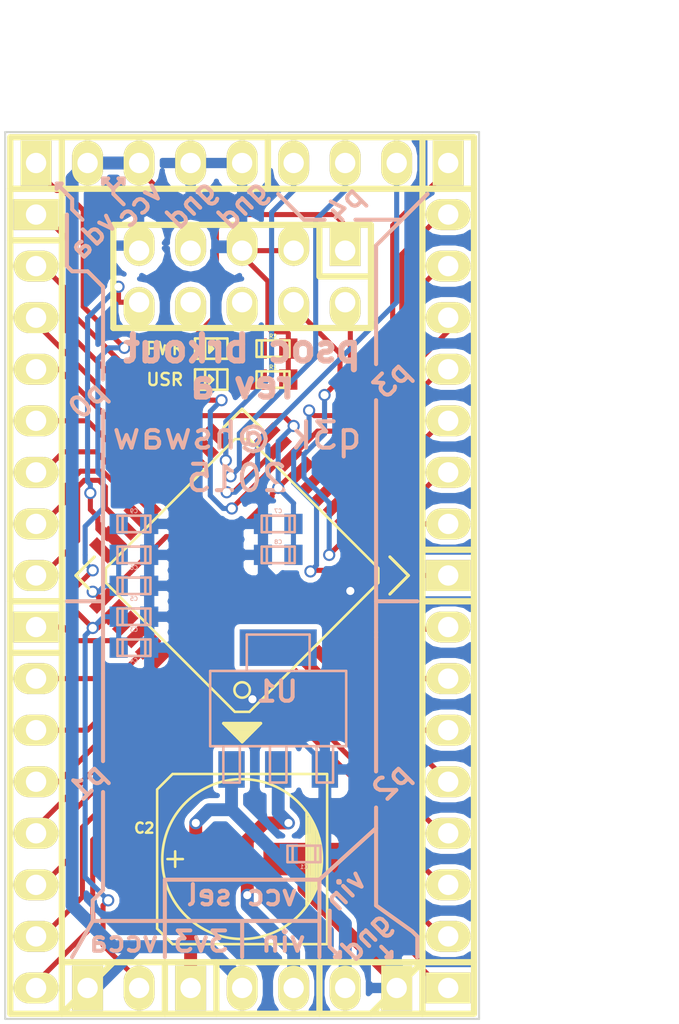
<source format=kicad_pcb>
(kicad_pcb (version 4) (host pcbnew "(2015-05-11 BZR 5650)-product")

  (general
    (links 84)
    (no_connects 3)
    (area 223.215999 69.545999 246.684001 113.334001)
    (thickness 1.6)
    (drawings 89)
    (tracks 404)
    (zones 0)
    (modules 25)
    (nets 49)
  )

  (page A4)
  (layers
    (0 F.Cu signal)
    (31 B.Cu signal)
    (32 B.Adhes user)
    (33 F.Adhes user)
    (34 B.Paste user)
    (35 F.Paste user)
    (36 B.SilkS user)
    (37 F.SilkS user)
    (38 B.Mask user)
    (39 F.Mask user)
    (40 Dwgs.User user)
    (41 Cmts.User user)
    (42 Eco1.User user)
    (43 Eco2.User user)
    (44 Edge.Cuts user)
    (45 Margin user)
    (46 B.CrtYd user)
    (47 F.CrtYd user)
    (48 B.Fab user)
    (49 F.Fab user)
  )

  (setup
    (last_trace_width 0.25)
    (user_trace_width 0.381)
    (user_trace_width 0.635)
    (trace_clearance 0.2)
    (zone_clearance 0.254)
    (zone_45_only no)
    (trace_min 0.2)
    (segment_width 0.2)
    (edge_width 0.1)
    (via_size 0.6)
    (via_drill 0.4)
    (via_min_size 0.4)
    (via_min_drill 0.3)
    (uvia_size 0.3)
    (uvia_drill 0.1)
    (uvias_allowed no)
    (uvia_min_size 0.2)
    (uvia_min_drill 0.1)
    (pcb_text_width 0.3)
    (pcb_text_size 1.5 1.5)
    (mod_edge_width 0.15)
    (mod_text_size 1 1)
    (mod_text_width 0.15)
    (pad_size 1.5 1.5)
    (pad_drill 0.6)
    (pad_to_mask_clearance 0)
    (aux_axis_origin 0 0)
    (visible_elements FFFFFF7F)
    (pcbplotparams
      (layerselection 0x00030_80000001)
      (usegerberextensions false)
      (excludeedgelayer true)
      (linewidth 0.100000)
      (plotframeref false)
      (viasonmask false)
      (mode 1)
      (useauxorigin false)
      (hpglpennumber 1)
      (hpglpenspeed 20)
      (hpglpendiameter 15)
      (hpglpenoverlay 2)
      (psnegative false)
      (psa4output false)
      (plotreference true)
      (plotvalue true)
      (plotinvisibletext false)
      (padsonsilk false)
      (subtractmaskfromsilk false)
      (outputformat 1)
      (mirror false)
      (drillshape 1)
      (scaleselection 1)
      (outputdirectory ""))
  )

  (net 0 "")
  (net 1 GND)
  (net 2 "Net-(C1-Pad2)")
  (net 3 /VDDA)
  (net 4 VCC)
  (net 5 "Net-(C9-Pad1)")
  (net 6 "Net-(J2-Pad3)")
  (net 7 "Net-(J4-Pad1)")
  (net 8 "Net-(J4-Pad2)")
  (net 9 "Net-(J4-Pad3)")
  (net 10 "Net-(J4-Pad4)")
  (net 11 "Net-(J4-Pad5)")
  (net 12 "Net-(J4-Pad6)")
  (net 13 "Net-(J4-Pad7)")
  (net 14 "Net-(J4-Pad8)")
  (net 15 "Net-(J5-Pad1)")
  (net 16 "Net-(J5-Pad2)")
  (net 17 "Net-(J5-Pad3)")
  (net 18 "Net-(J5-Pad4)")
  (net 19 "Net-(J5-Pad5)")
  (net 20 "Net-(J5-Pad6)")
  (net 21 "Net-(J5-Pad7)")
  (net 22 "Net-(J5-Pad8)")
  (net 23 "Net-(J7-Pad1)")
  (net 24 "Net-(J7-Pad2)")
  (net 25 "Net-(J7-Pad3)")
  (net 26 "Net-(J7-Pad4)")
  (net 27 "Net-(J7-Pad5)")
  (net 28 "Net-(J7-Pad6)")
  (net 29 "Net-(J7-Pad7)")
  (net 30 "Net-(J7-Pad8)")
  (net 31 "Net-(J8-Pad1)")
  (net 32 "Net-(J8-Pad2)")
  (net 33 /SWDIO)
  (net 34 /SWDCLK)
  (net 35 "Net-(J8-Pad5)")
  (net 36 "Net-(J8-Pad6)")
  (net 37 "Net-(J8-Pad7)")
  (net 38 "Net-(J8-Pad8)")
  (net 39 "Net-(J9-Pad1)")
  (net 40 "Net-(J9-Pad2)")
  (net 41 "Net-(J9-Pad3)")
  (net 42 "Net-(J9-Pad4)")
  (net 43 "Net-(J10-Pad6)")
  (net 44 "Net-(J10-Pad7)")
  (net 45 "Net-(J10-Pad8)")
  (net 46 /RESET)
  (net 47 "Net-(LD1-Pad2)")
  (net 48 "Net-(LD2-Pad2)")

  (net_class Default "This is the default net class."
    (clearance 0.2)
    (trace_width 0.25)
    (via_dia 0.6)
    (via_drill 0.4)
    (uvia_dia 0.3)
    (uvia_drill 0.1)
    (add_net /RESET)
    (add_net /SWDCLK)
    (add_net /SWDIO)
    (add_net /VDDA)
    (add_net GND)
    (add_net "Net-(C1-Pad2)")
    (add_net "Net-(C9-Pad1)")
    (add_net "Net-(J10-Pad6)")
    (add_net "Net-(J10-Pad7)")
    (add_net "Net-(J10-Pad8)")
    (add_net "Net-(J2-Pad3)")
    (add_net "Net-(J4-Pad1)")
    (add_net "Net-(J4-Pad2)")
    (add_net "Net-(J4-Pad3)")
    (add_net "Net-(J4-Pad4)")
    (add_net "Net-(J4-Pad5)")
    (add_net "Net-(J4-Pad6)")
    (add_net "Net-(J4-Pad7)")
    (add_net "Net-(J4-Pad8)")
    (add_net "Net-(J5-Pad1)")
    (add_net "Net-(J5-Pad2)")
    (add_net "Net-(J5-Pad3)")
    (add_net "Net-(J5-Pad4)")
    (add_net "Net-(J5-Pad5)")
    (add_net "Net-(J5-Pad6)")
    (add_net "Net-(J5-Pad7)")
    (add_net "Net-(J5-Pad8)")
    (add_net "Net-(J7-Pad1)")
    (add_net "Net-(J7-Pad2)")
    (add_net "Net-(J7-Pad3)")
    (add_net "Net-(J7-Pad4)")
    (add_net "Net-(J7-Pad5)")
    (add_net "Net-(J7-Pad6)")
    (add_net "Net-(J7-Pad7)")
    (add_net "Net-(J7-Pad8)")
    (add_net "Net-(J8-Pad1)")
    (add_net "Net-(J8-Pad2)")
    (add_net "Net-(J8-Pad5)")
    (add_net "Net-(J8-Pad6)")
    (add_net "Net-(J8-Pad7)")
    (add_net "Net-(J8-Pad8)")
    (add_net "Net-(J9-Pad1)")
    (add_net "Net-(J9-Pad2)")
    (add_net "Net-(J9-Pad3)")
    (add_net "Net-(J9-Pad4)")
    (add_net "Net-(LD1-Pad2)")
    (add_net "Net-(LD2-Pad2)")
    (add_net VCC)
  )

  (module w_smd_lqfp:lqfp44 (layer F.Cu) (tedit 55F355BD) (tstamp 55F3427A)
    (at 234.95 91.44 45)
    (descr LQFP-44)
    (path /55F33B0A)
    (fp_text reference U2 (at 0 1.143 45) (layer F.SilkS) hide
      (effects (font (size 0.7493 0.7493) (thickness 0.14986)))
    )
    (fp_text value ePSOC4200-44TQFP (at 0 -1.143 45) (layer F.SilkS) hide
      (effects (font (size 0.7493 0.7493) (thickness 0.14986)))
    )
    (fp_line (start -5.79882 5.69976) (end -5.69976 5.79882) (layer F.SilkS) (width 0.14986))
    (fp_line (start -5.4991 5.79882) (end -5.79882 5.4991) (layer F.SilkS) (width 0.14986))
    (fp_line (start -5.79882 5.30098) (end -5.30098 5.79882) (layer F.SilkS) (width 0.14986))
    (fp_line (start -5.10032 5.79882) (end -5.79882 5.10032) (layer F.SilkS) (width 0.14986))
    (fp_line (start -5.79882 4.89966) (end -4.89966 5.79882) (layer F.SilkS) (width 0.14986))
    (fp_line (start -4.699 5.79882) (end -5.79882 4.699) (layer F.SilkS) (width 0.14986))
    (fp_line (start -4.50088 5.79882) (end -5.79882 5.79882) (layer F.SilkS) (width 0.14986))
    (fp_line (start -5.79882 5.79882) (end -5.79882 4.50088) (layer F.SilkS) (width 0.14986))
    (fp_line (start -5.79882 4.50088) (end -4.50088 5.79882) (layer F.SilkS) (width 0.14986))
    (fp_line (start 5.79882 4.50088) (end 5.79882 5.79882) (layer F.SilkS) (width 0.14986))
    (fp_line (start 5.79882 5.79882) (end 4.50088 5.79882) (layer F.SilkS) (width 0.14986))
    (fp_line (start 4.50088 -5.79882) (end 5.79882 -5.79882) (layer F.SilkS) (width 0.14986))
    (fp_line (start 5.79882 -5.79882) (end 5.79882 -4.50088) (layer F.SilkS) (width 0.14986))
    (fp_line (start -5.79882 -4.50088) (end -5.79882 -5.79882) (layer F.SilkS) (width 0.14986))
    (fp_line (start -5.79882 -5.79882) (end -4.50088 -5.79882) (layer F.SilkS) (width 0.14986))
    (fp_line (start 4.4958 5.0038) (end -4.4958 5.0038) (layer F.SilkS) (width 0.127))
    (fp_line (start 5.0038 4.4958) (end 5.0038 -4.4958) (layer F.SilkS) (width 0.127))
    (fp_line (start -4.4958 -5.0038) (end 4.4958 -5.0038) (layer F.SilkS) (width 0.127))
    (fp_line (start -5.0038 4.4958) (end -5.0038 -4.4958) (layer F.SilkS) (width 0.127))
    (fp_circle (center -3.9878 3.9878) (end -4.2164 4.2926) (layer F.SilkS) (width 0.127))
    (fp_line (start -4.4958 5.0038) (end -5.0038 4.4958) (layer F.SilkS) (width 0.127))
    (fp_line (start 5.0038 4.4958) (end 4.4958 5.0038) (layer F.SilkS) (width 0.127))
    (fp_line (start 4.4958 -5.0038) (end 5.0038 -4.4958) (layer F.SilkS) (width 0.127))
    (fp_line (start -5.0038 -4.4958) (end -4.4958 -5.0038) (layer F.SilkS) (width 0.127))
    (pad 4 smd rect (at -1.6002 5.75056 45) (size 0.55118 1.30048) (layers F.Cu F.Paste F.Mask)
      (net 25 "Net-(J7-Pad3)"))
    (pad 5 smd rect (at -0.8001 5.75056 45) (size 0.55118 1.30048) (layers F.Cu F.Paste F.Mask)
      (net 26 "Net-(J7-Pad4)"))
    (pad 6 smd rect (at 0 5.75056 45) (size 0.55118 1.30048) (layers F.Cu F.Paste F.Mask)
      (net 27 "Net-(J7-Pad5)"))
    (pad 7 smd rect (at 0.8001 5.75056 45) (size 0.55118 1.30048) (layers F.Cu F.Paste F.Mask)
      (net 28 "Net-(J7-Pad6)"))
    (pad 8 smd rect (at 1.6002 5.75056 45) (size 0.55118 1.30048) (layers F.Cu F.Paste F.Mask)
      (net 29 "Net-(J7-Pad7)"))
    (pad 1 smd rect (at -4.0005 5.75056 45) (size 0.55118 1.30048) (layers F.Cu F.Paste F.Mask)
      (net 1 GND))
    (pad 2 smd rect (at -3.2004 5.75056 45) (size 0.55118 1.30048) (layers F.Cu F.Paste F.Mask)
      (net 23 "Net-(J7-Pad1)"))
    (pad 3 smd rect (at -2.4003 5.75056 45) (size 0.55118 1.30048) (layers F.Cu F.Paste F.Mask)
      (net 24 "Net-(J7-Pad2)"))
    (pad 12 smd rect (at 5.75056 4.0005 45) (size 1.30048 0.55118) (layers F.Cu F.Paste F.Mask)
      (net 32 "Net-(J8-Pad2)"))
    (pad 13 smd rect (at 5.75056 3.2004 45) (size 1.30048 0.55118) (layers F.Cu F.Paste F.Mask)
      (net 33 /SWDIO))
    (pad 14 smd rect (at 5.75056 2.4003 45) (size 1.30048 0.55118) (layers F.Cu F.Paste F.Mask)
      (net 34 /SWDCLK))
    (pad 15 smd rect (at 5.75056 1.6002 45) (size 1.30048 0.55118) (layers F.Cu F.Paste F.Mask)
      (net 35 "Net-(J8-Pad5)"))
    (pad 16 smd rect (at 5.75056 0.8001 45) (size 1.30048 0.55118) (layers F.Cu F.Paste F.Mask)
      (net 36 "Net-(J8-Pad6)"))
    (pad 17 smd rect (at 5.75056 0 45) (size 1.30048 0.55118) (layers F.Cu F.Paste F.Mask)
      (net 37 "Net-(J8-Pad7)"))
    (pad 18 smd rect (at 5.75056 -0.8001 45) (size 1.30048 0.55118) (layers F.Cu F.Paste F.Mask)
      (net 38 "Net-(J8-Pad8)"))
    (pad 19 smd rect (at 5.75056 -1.6002 45) (size 1.30048 0.55118) (layers F.Cu F.Paste F.Mask)
      (net 4 VCC))
    (pad 23 smd rect (at 4.0005 -5.75056 45) (size 0.55118 1.30048) (layers F.Cu F.Paste F.Mask)
      (net 42 "Net-(J9-Pad4)"))
    (pad 24 smd rect (at 3.2004 -5.75056 45) (size 0.55118 1.30048) (layers F.Cu F.Paste F.Mask)
      (net 7 "Net-(J4-Pad1)"))
    (pad 25 smd rect (at 2.4003 -5.75056 45) (size 0.55118 1.30048) (layers F.Cu F.Paste F.Mask)
      (net 8 "Net-(J4-Pad2)"))
    (pad 26 smd rect (at 1.6002 -5.75056 45) (size 0.55118 1.30048) (layers F.Cu F.Paste F.Mask)
      (net 9 "Net-(J4-Pad3)"))
    (pad 27 smd rect (at 0.8001 -5.75056 45) (size 0.55118 1.30048) (layers F.Cu F.Paste F.Mask)
      (net 10 "Net-(J4-Pad4)"))
    (pad 28 smd rect (at 0 -5.75056 45) (size 0.55118 1.30048) (layers F.Cu F.Paste F.Mask)
      (net 11 "Net-(J4-Pad5)"))
    (pad 29 smd rect (at -0.8001 -5.75056 45) (size 0.55118 1.30048) (layers F.Cu F.Paste F.Mask)
      (net 12 "Net-(J4-Pad6)"))
    (pad 30 smd rect (at -1.6002 -5.75056 45) (size 0.55118 1.30048) (layers F.Cu F.Paste F.Mask)
      (net 13 "Net-(J4-Pad7)"))
    (pad 34 smd rect (at -5.75056 -4.0005 45) (size 1.30048 0.55118) (layers F.Cu F.Paste F.Mask)
      (net 4 VCC))
    (pad 35 smd rect (at -5.75056 -3.2004 45) (size 1.30048 0.55118) (layers F.Cu F.Paste F.Mask)
      (net 3 /VDDA))
    (pad 36 smd rect (at -5.75056 -2.4003 45) (size 1.30048 0.55118) (layers F.Cu F.Paste F.Mask)
      (net 1 GND))
    (pad 37 smd rect (at -5.75056 -1.6002 45) (size 1.30048 0.55118) (layers F.Cu F.Paste F.Mask)
      (net 15 "Net-(J5-Pad1)"))
    (pad 38 smd rect (at -5.75056 -0.8001 45) (size 1.30048 0.55118) (layers F.Cu F.Paste F.Mask)
      (net 16 "Net-(J5-Pad2)"))
    (pad 39 smd rect (at -5.75056 0 45) (size 1.30048 0.55118) (layers F.Cu F.Paste F.Mask)
      (net 17 "Net-(J5-Pad3)"))
    (pad 40 smd rect (at -5.75056 0.8001 45) (size 1.30048 0.55118) (layers F.Cu F.Paste F.Mask)
      (net 18 "Net-(J5-Pad4)"))
    (pad 41 smd rect (at -5.75056 1.6002 45) (size 1.30048 0.55118) (layers F.Cu F.Paste F.Mask)
      (net 19 "Net-(J5-Pad5)"))
    (pad 9 smd rect (at 2.4003 5.75056 45) (size 0.55118 1.30048) (layers F.Cu F.Paste F.Mask)
      (net 30 "Net-(J7-Pad8)"))
    (pad 10 smd rect (at 3.2004 5.75056 45) (size 0.55118 1.30048) (layers F.Cu F.Paste F.Mask)
      (net 1 GND))
    (pad 11 smd rect (at 4.0005 5.75056 45) (size 0.55118 1.30048) (layers F.Cu F.Paste F.Mask)
      (net 31 "Net-(J8-Pad1)"))
    (pad 20 smd rect (at 5.75056 -2.4003 45) (size 1.30048 0.55118) (layers F.Cu F.Paste F.Mask)
      (net 39 "Net-(J9-Pad1)"))
    (pad 21 smd rect (at 5.75056 -3.2004 45) (size 1.30048 0.55118) (layers F.Cu F.Paste F.Mask)
      (net 40 "Net-(J9-Pad2)"))
    (pad 22 smd rect (at 5.75056 -4.0005 45) (size 1.30048 0.55118) (layers F.Cu F.Paste F.Mask)
      (net 41 "Net-(J9-Pad3)"))
    (pad 31 smd rect (at -2.4003 -5.75056 45) (size 0.55118 1.30048) (layers F.Cu F.Paste F.Mask)
      (net 14 "Net-(J4-Pad8)"))
    (pad 32 smd rect (at -3.2004 -5.75056 45) (size 0.55118 1.30048) (layers F.Cu F.Paste F.Mask)
      (net 46 /RESET))
    (pad 33 smd rect (at -4.0005 -5.75056 45) (size 0.55118 1.30048) (layers F.Cu F.Paste F.Mask)
      (net 5 "Net-(C9-Pad1)"))
    (pad 42 smd rect (at -5.75056 2.4003 45) (size 1.30048 0.55118) (layers F.Cu F.Paste F.Mask)
      (net 20 "Net-(J5-Pad6)"))
    (pad 43 smd rect (at -5.75056 3.2004 45) (size 1.30048 0.55118) (layers F.Cu F.Paste F.Mask)
      (net 21 "Net-(J5-Pad7)"))
    (pad 44 smd rect (at -5.75056 4.0005 45) (size 1.30048 0.55118) (layers F.Cu F.Paste F.Mask)
      (net 22 "Net-(J5-Pad8)"))
    (model walter/smd_lqfp/lqfp-44.wrl
      (at (xyz 0 0 0))
      (scale (xyz 1 1 1))
      (rotate (xyz 0 0 0))
    )
  )

  (module w_smd_cap:c_0603 (layer B.Cu) (tedit 0) (tstamp 55F341B0)
    (at 237.998 105.156)
    (descr "SMT capacitor, 0603")
    (path /55F356F4)
    (fp_text reference C1 (at 0 0.635) (layer B.SilkS)
      (effects (font (size 0.20066 0.20066) (thickness 0.04064)) (justify mirror))
    )
    (fp_text value 1uF (at 0 -0.635) (layer B.SilkS) hide
      (effects (font (size 0.20066 0.20066) (thickness 0.04064)) (justify mirror))
    )
    (fp_line (start 0.5588 -0.4064) (end 0.5588 0.4064) (layer B.SilkS) (width 0.127))
    (fp_line (start -0.5588 0.381) (end -0.5588 -0.4064) (layer B.SilkS) (width 0.127))
    (fp_line (start -0.8128 0.4064) (end 0.8128 0.4064) (layer B.SilkS) (width 0.127))
    (fp_line (start 0.8128 0.4064) (end 0.8128 -0.4064) (layer B.SilkS) (width 0.127))
    (fp_line (start 0.8128 -0.4064) (end -0.8128 -0.4064) (layer B.SilkS) (width 0.127))
    (fp_line (start -0.8128 -0.4064) (end -0.8128 0.4064) (layer B.SilkS) (width 0.127))
    (pad 1 smd rect (at 0.75184 0) (size 0.89916 1.00076) (layers B.Cu B.Paste B.Mask)
      (net 1 GND))
    (pad 2 smd rect (at -0.75184 0) (size 0.89916 1.00076) (layers B.Cu B.Paste B.Mask)
      (net 2 "Net-(C1-Pad2)"))
    (model walter/smd_cap/c_0603.wrl
      (at (xyz 0 0 0))
      (scale (xyz 1 1 1))
      (rotate (xyz 0 0 0))
    )
  )

  (module w_smd_cap:c_elec_8x6.7 (layer F.Cu) (tedit 0) (tstamp 55F341B6)
    (at 234.95 105.41 180)
    (descr "SMT capacitor, aluminium electrolytic, 8x6.7")
    (path /55F3561D)
    (fp_text reference C2 (at 4.826 1.524 180) (layer F.SilkS)
      (effects (font (size 0.50038 0.50038) (thickness 0.11938)))
    )
    (fp_text value 47uF (at 0 4.826 180) (layer F.SilkS) hide
      (effects (font (size 0.50038 0.50038) (thickness 0.11938)))
    )
    (fp_line (start -3.81 -1.016) (end -3.81 1.016) (layer F.SilkS) (width 0.127))
    (fp_line (start -3.683 1.397) (end -3.683 -1.397) (layer F.SilkS) (width 0.127))
    (fp_line (start -3.556 -1.651) (end -3.556 1.651) (layer F.SilkS) (width 0.127))
    (fp_line (start -3.429 1.905) (end -3.429 -1.905) (layer F.SilkS) (width 0.127))
    (fp_line (start -3.302 2.032) (end -3.302 -2.032) (layer F.SilkS) (width 0.127))
    (fp_line (start -3.175 -2.286) (end -3.175 2.286) (layer F.SilkS) (width 0.127))
    (fp_circle (center 0 0) (end 3.937 0) (layer F.SilkS) (width 0.127))
    (fp_line (start -4.191 -4.191) (end -4.191 4.191) (layer F.SilkS) (width 0.127))
    (fp_line (start -4.191 4.191) (end 3.429 4.191) (layer F.SilkS) (width 0.127))
    (fp_line (start 3.429 4.191) (end 4.191 3.429) (layer F.SilkS) (width 0.127))
    (fp_line (start 4.191 3.429) (end 4.191 -3.429) (layer F.SilkS) (width 0.127))
    (fp_line (start 4.191 -3.429) (end 3.429 -4.191) (layer F.SilkS) (width 0.127))
    (fp_line (start 3.429 -4.191) (end -4.191 -4.191) (layer F.SilkS) (width 0.127))
    (fp_line (start 3.683 0) (end 2.921 0) (layer F.SilkS) (width 0.127))
    (fp_line (start 3.302 -0.381) (end 3.302 0.381) (layer F.SilkS) (width 0.127))
    (pad 1 smd rect (at 3.05054 0 180) (size 4.0005 1.6002) (layers F.Cu F.Paste F.Mask)
      (net 2 "Net-(C1-Pad2)"))
    (pad 2 smd rect (at -3.05054 0 180) (size 4.0005 1.6002) (layers F.Cu F.Paste F.Mask)
      (net 1 GND))
    (model walter/smd_cap/c_elec_8x6_7.wrl
      (at (xyz 0 0 0))
      (scale (xyz 1 1 1))
      (rotate (xyz 0 0 0))
    )
  )

  (module w_smd_cap:c_0603 (layer B.Cu) (tedit 0) (tstamp 55F341BC)
    (at 229.616 93.472)
    (descr "SMT capacitor, 0603")
    (path /55F34FA7)
    (fp_text reference C3 (at 0 0.635) (layer B.SilkS)
      (effects (font (size 0.20066 0.20066) (thickness 0.04064)) (justify mirror))
    )
    (fp_text value 100nF (at 0 -0.635) (layer B.SilkS) hide
      (effects (font (size 0.20066 0.20066) (thickness 0.04064)) (justify mirror))
    )
    (fp_line (start 0.5588 -0.4064) (end 0.5588 0.4064) (layer B.SilkS) (width 0.127))
    (fp_line (start -0.5588 0.381) (end -0.5588 -0.4064) (layer B.SilkS) (width 0.127))
    (fp_line (start -0.8128 0.4064) (end 0.8128 0.4064) (layer B.SilkS) (width 0.127))
    (fp_line (start 0.8128 0.4064) (end 0.8128 -0.4064) (layer B.SilkS) (width 0.127))
    (fp_line (start 0.8128 -0.4064) (end -0.8128 -0.4064) (layer B.SilkS) (width 0.127))
    (fp_line (start -0.8128 -0.4064) (end -0.8128 0.4064) (layer B.SilkS) (width 0.127))
    (pad 1 smd rect (at 0.75184 0) (size 0.89916 1.00076) (layers B.Cu B.Paste B.Mask)
      (net 1 GND))
    (pad 2 smd rect (at -0.75184 0) (size 0.89916 1.00076) (layers B.Cu B.Paste B.Mask)
      (net 3 /VDDA))
    (model walter/smd_cap/c_0603.wrl
      (at (xyz 0 0 0))
      (scale (xyz 1 1 1))
      (rotate (xyz 0 0 0))
    )
  )

  (module w_smd_cap:c_0603 (layer B.Cu) (tedit 0) (tstamp 55F341C2)
    (at 229.616 94.996)
    (descr "SMT capacitor, 0603")
    (path /55F34FA1)
    (fp_text reference C4 (at 0 0.635) (layer B.SilkS)
      (effects (font (size 0.20066 0.20066) (thickness 0.04064)) (justify mirror))
    )
    (fp_text value 1uF (at 0 -0.635) (layer B.SilkS) hide
      (effects (font (size 0.20066 0.20066) (thickness 0.04064)) (justify mirror))
    )
    (fp_line (start 0.5588 -0.4064) (end 0.5588 0.4064) (layer B.SilkS) (width 0.127))
    (fp_line (start -0.5588 0.381) (end -0.5588 -0.4064) (layer B.SilkS) (width 0.127))
    (fp_line (start -0.8128 0.4064) (end 0.8128 0.4064) (layer B.SilkS) (width 0.127))
    (fp_line (start 0.8128 0.4064) (end 0.8128 -0.4064) (layer B.SilkS) (width 0.127))
    (fp_line (start 0.8128 -0.4064) (end -0.8128 -0.4064) (layer B.SilkS) (width 0.127))
    (fp_line (start -0.8128 -0.4064) (end -0.8128 0.4064) (layer B.SilkS) (width 0.127))
    (pad 1 smd rect (at 0.75184 0) (size 0.89916 1.00076) (layers B.Cu B.Paste B.Mask)
      (net 1 GND))
    (pad 2 smd rect (at -0.75184 0) (size 0.89916 1.00076) (layers B.Cu B.Paste B.Mask)
      (net 3 /VDDA))
    (model walter/smd_cap/c_0603.wrl
      (at (xyz 0 0 0))
      (scale (xyz 1 1 1))
      (rotate (xyz 0 0 0))
    )
  )

  (module w_smd_cap:c_0603 (layer B.Cu) (tedit 0) (tstamp 55F341C8)
    (at 229.616 91.948)
    (descr "SMT capacitor, 0603")
    (path /55F34B02)
    (fp_text reference C5 (at 0 0.635) (layer B.SilkS)
      (effects (font (size 0.20066 0.20066) (thickness 0.04064)) (justify mirror))
    )
    (fp_text value 100nF (at 0 -0.635) (layer B.SilkS) hide
      (effects (font (size 0.20066 0.20066) (thickness 0.04064)) (justify mirror))
    )
    (fp_line (start 0.5588 -0.4064) (end 0.5588 0.4064) (layer B.SilkS) (width 0.127))
    (fp_line (start -0.5588 0.381) (end -0.5588 -0.4064) (layer B.SilkS) (width 0.127))
    (fp_line (start -0.8128 0.4064) (end 0.8128 0.4064) (layer B.SilkS) (width 0.127))
    (fp_line (start 0.8128 0.4064) (end 0.8128 -0.4064) (layer B.SilkS) (width 0.127))
    (fp_line (start 0.8128 -0.4064) (end -0.8128 -0.4064) (layer B.SilkS) (width 0.127))
    (fp_line (start -0.8128 -0.4064) (end -0.8128 0.4064) (layer B.SilkS) (width 0.127))
    (pad 1 smd rect (at 0.75184 0) (size 0.89916 1.00076) (layers B.Cu B.Paste B.Mask)
      (net 1 GND))
    (pad 2 smd rect (at -0.75184 0) (size 0.89916 1.00076) (layers B.Cu B.Paste B.Mask)
      (net 4 VCC))
    (model walter/smd_cap/c_0603.wrl
      (at (xyz 0 0 0))
      (scale (xyz 1 1 1))
      (rotate (xyz 0 0 0))
    )
  )

  (module w_smd_cap:c_0603 (layer B.Cu) (tedit 0) (tstamp 55F341CE)
    (at 229.616 90.424)
    (descr "SMT capacitor, 0603")
    (path /55F34AFC)
    (fp_text reference C6 (at 0 0.635) (layer B.SilkS)
      (effects (font (size 0.20066 0.20066) (thickness 0.04064)) (justify mirror))
    )
    (fp_text value 1uF (at 0 -0.635) (layer B.SilkS) hide
      (effects (font (size 0.20066 0.20066) (thickness 0.04064)) (justify mirror))
    )
    (fp_line (start 0.5588 -0.4064) (end 0.5588 0.4064) (layer B.SilkS) (width 0.127))
    (fp_line (start -0.5588 0.381) (end -0.5588 -0.4064) (layer B.SilkS) (width 0.127))
    (fp_line (start -0.8128 0.4064) (end 0.8128 0.4064) (layer B.SilkS) (width 0.127))
    (fp_line (start 0.8128 0.4064) (end 0.8128 -0.4064) (layer B.SilkS) (width 0.127))
    (fp_line (start 0.8128 -0.4064) (end -0.8128 -0.4064) (layer B.SilkS) (width 0.127))
    (fp_line (start -0.8128 -0.4064) (end -0.8128 0.4064) (layer B.SilkS) (width 0.127))
    (pad 1 smd rect (at 0.75184 0) (size 0.89916 1.00076) (layers B.Cu B.Paste B.Mask)
      (net 1 GND))
    (pad 2 smd rect (at -0.75184 0) (size 0.89916 1.00076) (layers B.Cu B.Paste B.Mask)
      (net 4 VCC))
    (model walter/smd_cap/c_0603.wrl
      (at (xyz 0 0 0))
      (scale (xyz 1 1 1))
      (rotate (xyz 0 0 0))
    )
  )

  (module w_smd_cap:c_0603 (layer B.Cu) (tedit 0) (tstamp 55F341D4)
    (at 236.728 88.9 180)
    (descr "SMT capacitor, 0603")
    (path /55F34A5B)
    (fp_text reference C7 (at 0 0.635 180) (layer B.SilkS)
      (effects (font (size 0.20066 0.20066) (thickness 0.04064)) (justify mirror))
    )
    (fp_text value 100nF (at 0 -0.635 180) (layer B.SilkS) hide
      (effects (font (size 0.20066 0.20066) (thickness 0.04064)) (justify mirror))
    )
    (fp_line (start 0.5588 -0.4064) (end 0.5588 0.4064) (layer B.SilkS) (width 0.127))
    (fp_line (start -0.5588 0.381) (end -0.5588 -0.4064) (layer B.SilkS) (width 0.127))
    (fp_line (start -0.8128 0.4064) (end 0.8128 0.4064) (layer B.SilkS) (width 0.127))
    (fp_line (start 0.8128 0.4064) (end 0.8128 -0.4064) (layer B.SilkS) (width 0.127))
    (fp_line (start 0.8128 -0.4064) (end -0.8128 -0.4064) (layer B.SilkS) (width 0.127))
    (fp_line (start -0.8128 -0.4064) (end -0.8128 0.4064) (layer B.SilkS) (width 0.127))
    (pad 1 smd rect (at 0.75184 0 180) (size 0.89916 1.00076) (layers B.Cu B.Paste B.Mask)
      (net 1 GND))
    (pad 2 smd rect (at -0.75184 0 180) (size 0.89916 1.00076) (layers B.Cu B.Paste B.Mask)
      (net 4 VCC))
    (model walter/smd_cap/c_0603.wrl
      (at (xyz 0 0 0))
      (scale (xyz 1 1 1))
      (rotate (xyz 0 0 0))
    )
  )

  (module w_smd_cap:c_0603 (layer B.Cu) (tedit 0) (tstamp 55F341DA)
    (at 236.728 90.424 180)
    (descr "SMT capacitor, 0603")
    (path /55F34A05)
    (fp_text reference C8 (at 0 0.635 180) (layer B.SilkS)
      (effects (font (size 0.20066 0.20066) (thickness 0.04064)) (justify mirror))
    )
    (fp_text value 1uF (at 0 -0.635 180) (layer B.SilkS) hide
      (effects (font (size 0.20066 0.20066) (thickness 0.04064)) (justify mirror))
    )
    (fp_line (start 0.5588 -0.4064) (end 0.5588 0.4064) (layer B.SilkS) (width 0.127))
    (fp_line (start -0.5588 0.381) (end -0.5588 -0.4064) (layer B.SilkS) (width 0.127))
    (fp_line (start -0.8128 0.4064) (end 0.8128 0.4064) (layer B.SilkS) (width 0.127))
    (fp_line (start 0.8128 0.4064) (end 0.8128 -0.4064) (layer B.SilkS) (width 0.127))
    (fp_line (start 0.8128 -0.4064) (end -0.8128 -0.4064) (layer B.SilkS) (width 0.127))
    (fp_line (start -0.8128 -0.4064) (end -0.8128 0.4064) (layer B.SilkS) (width 0.127))
    (pad 1 smd rect (at 0.75184 0 180) (size 0.89916 1.00076) (layers B.Cu B.Paste B.Mask)
      (net 1 GND))
    (pad 2 smd rect (at -0.75184 0 180) (size 0.89916 1.00076) (layers B.Cu B.Paste B.Mask)
      (net 4 VCC))
    (model walter/smd_cap/c_0603.wrl
      (at (xyz 0 0 0))
      (scale (xyz 1 1 1))
      (rotate (xyz 0 0 0))
    )
  )

  (module w_smd_cap:c_0603 (layer B.Cu) (tedit 0) (tstamp 55F341E0)
    (at 229.616 88.9 180)
    (descr "SMT capacitor, 0603")
    (path /55F34700)
    (fp_text reference C9 (at 0 0.635 180) (layer B.SilkS)
      (effects (font (size 0.20066 0.20066) (thickness 0.04064)) (justify mirror))
    )
    (fp_text value 1uF (at 0 -0.635 180) (layer B.SilkS) hide
      (effects (font (size 0.20066 0.20066) (thickness 0.04064)) (justify mirror))
    )
    (fp_line (start 0.5588 -0.4064) (end 0.5588 0.4064) (layer B.SilkS) (width 0.127))
    (fp_line (start -0.5588 0.381) (end -0.5588 -0.4064) (layer B.SilkS) (width 0.127))
    (fp_line (start -0.8128 0.4064) (end 0.8128 0.4064) (layer B.SilkS) (width 0.127))
    (fp_line (start 0.8128 0.4064) (end 0.8128 -0.4064) (layer B.SilkS) (width 0.127))
    (fp_line (start 0.8128 -0.4064) (end -0.8128 -0.4064) (layer B.SilkS) (width 0.127))
    (fp_line (start -0.8128 -0.4064) (end -0.8128 0.4064) (layer B.SilkS) (width 0.127))
    (pad 1 smd rect (at 0.75184 0 180) (size 0.89916 1.00076) (layers B.Cu B.Paste B.Mask)
      (net 5 "Net-(C9-Pad1)"))
    (pad 2 smd rect (at -0.75184 0 180) (size 0.89916 1.00076) (layers B.Cu B.Paste B.Mask)
      (net 1 GND))
    (model walter/smd_cap/c_0603.wrl
      (at (xyz 0 0 0))
      (scale (xyz 1 1 1))
      (rotate (xyz 0 0 0))
    )
  )

  (module w_pin_strip:pin_strip_2 (layer F.Cu) (tedit 55F3560E) (tstamp 55F341E6)
    (at 241.3 111.76 180)
    (descr "Pin strip 2pin")
    (tags "CONN DEV")
    (path /55F35AA6)
    (fp_text reference J1 (at 0 -2.159 180) (layer F.SilkS) hide
      (effects (font (size 1.016 1.016) (thickness 0.2032)))
    )
    (fp_text value VIN (at 0.254 -3.556 180) (layer F.SilkS) hide
      (effects (font (size 1.016 0.889) (thickness 0.2032)))
    )
    (fp_line (start -2.54 1.27) (end 0 -1.27) (layer F.SilkS) (width 0.3048))
    (fp_line (start 2.54 1.27) (end -2.54 1.27) (layer F.SilkS) (width 0.3048))
    (fp_line (start -2.54 -1.27) (end 2.54 -1.27) (layer F.SilkS) (width 0.3048))
    (fp_line (start -2.54 1.27) (end -2.54 -1.27) (layer F.SilkS) (width 0.3048))
    (fp_line (start 2.54 -1.27) (end 2.54 1.27) (layer F.SilkS) (width 0.3048))
    (pad 1 thru_hole rect (at -1.27 0 180) (size 1.524 2.19964) (drill 1.00076) (layers *.Cu *.Mask F.SilkS)
      (net 1 GND))
    (pad 2 thru_hole oval (at 1.27 0 180) (size 1.524 2.19964) (drill 1.00076) (layers *.Cu *.Mask F.SilkS)
      (net 2 "Net-(C1-Pad2)"))
    (model walter/pin_strip/pin_strip_2.wrl
      (at (xyz 0 0 0))
      (scale (xyz 1 1 1))
      (rotate (xyz 0 0 0))
    )
  )

  (module w_pin_strip:pin_strip_3 (layer F.Cu) (tedit 55F355F4) (tstamp 55F341ED)
    (at 234.95 111.76)
    (descr "Pin strip 3pin")
    (tags "CONN DEV")
    (path /55F33F78)
    (fp_text reference J2 (at 0 -2.159) (layer F.SilkS) hide
      (effects (font (size 1.016 1.016) (thickness 0.2032)))
    )
    (fp_text value VCCSEL (at 0.254 -3.556) (layer F.SilkS) hide
      (effects (font (size 1.016 0.889) (thickness 0.2032)))
    )
    (fp_line (start -1.27 1.27) (end -1.27 -1.27) (layer F.SilkS) (width 0.3048))
    (fp_line (start -3.81 -1.27) (end 3.81 -1.27) (layer F.SilkS) (width 0.3048))
    (fp_line (start 3.81 -1.27) (end 3.81 1.27) (layer F.SilkS) (width 0.3048))
    (fp_line (start 3.81 1.27) (end -3.81 1.27) (layer F.SilkS) (width 0.3048))
    (fp_line (start -3.81 1.27) (end -3.81 -1.27) (layer F.SilkS) (width 0.3048))
    (pad 1 thru_hole rect (at -2.54 0) (size 1.524 2.19964) (drill 1.00076) (layers *.Cu *.Mask F.SilkS)
      (net 2 "Net-(C1-Pad2)"))
    (pad 2 thru_hole oval (at 0 0) (size 1.524 2.19964) (drill 1.00076) (layers *.Cu *.Mask F.SilkS)
      (net 4 VCC))
    (pad 3 thru_hole oval (at 2.54 0) (size 1.524 2.19964) (drill 1.00076) (layers *.Cu *.Mask F.SilkS)
      (net 6 "Net-(J2-Pad3)"))
    (model walter/pin_strip/pin_strip_3.wrl
      (at (xyz 0 0 0))
      (scale (xyz 1 1 1))
      (rotate (xyz 0 0 0))
    )
  )

  (module w_pin_strip:pin_strip_2 (layer F.Cu) (tedit 55F355F6) (tstamp 55F341F3)
    (at 228.6 111.76)
    (descr "Pin strip 2pin")
    (tags "CONN DEV")
    (path /55F34541)
    (fp_text reference J3 (at 0 -2.159) (layer F.SilkS) hide
      (effects (font (size 1.016 1.016) (thickness 0.2032)))
    )
    (fp_text value VCCASEL (at 0.254 -3.556) (layer F.SilkS) hide
      (effects (font (size 1.016 0.889) (thickness 0.2032)))
    )
    (fp_line (start -2.54 1.27) (end 0 -1.27) (layer F.SilkS) (width 0.3048))
    (fp_line (start 2.54 1.27) (end -2.54 1.27) (layer F.SilkS) (width 0.3048))
    (fp_line (start -2.54 -1.27) (end 2.54 -1.27) (layer F.SilkS) (width 0.3048))
    (fp_line (start -2.54 1.27) (end -2.54 -1.27) (layer F.SilkS) (width 0.3048))
    (fp_line (start 2.54 -1.27) (end 2.54 1.27) (layer F.SilkS) (width 0.3048))
    (pad 1 thru_hole rect (at -1.27 0) (size 1.524 2.19964) (drill 1.00076) (layers *.Cu *.Mask F.SilkS)
      (net 4 VCC))
    (pad 2 thru_hole oval (at 1.27 0) (size 1.524 2.19964) (drill 1.00076) (layers *.Cu *.Mask F.SilkS)
      (net 3 /VDDA))
    (model walter/pin_strip/pin_strip_2.wrl
      (at (xyz 0 0 0))
      (scale (xyz 1 1 1))
      (rotate (xyz 0 0 0))
    )
  )

  (module w_pin_strip:pin_strip_8 (layer F.Cu) (tedit 55F355A6) (tstamp 55F341FF)
    (at 224.79 82.55 270)
    (descr "Pin strip 8pin")
    (tags "CONN DEV")
    (path /55F33B9D)
    (fp_text reference J4 (at 0 -2.159 270) (layer F.SilkS) hide
      (effects (font (size 1.016 1.016) (thickness 0.2032)))
    )
    (fp_text value PORT0 (at 0.254 -3.556 270) (layer F.SilkS) hide
      (effects (font (size 1.016 0.889) (thickness 0.2032)))
    )
    (fp_line (start -7.62 -1.27) (end -7.62 1.27) (layer F.SilkS) (width 0.3048))
    (fp_line (start -10.16 -1.27) (end 10.16 -1.27) (layer F.SilkS) (width 0.3048))
    (fp_line (start 10.16 -1.27) (end 10.16 1.27) (layer F.SilkS) (width 0.3048))
    (fp_line (start 10.16 1.27) (end -10.16 1.27) (layer F.SilkS) (width 0.3048))
    (fp_line (start -10.16 1.27) (end -10.16 -1.27) (layer F.SilkS) (width 0.3048))
    (pad 1 thru_hole rect (at -8.89 0 270) (size 1.524 2.19964) (drill 1.00076) (layers *.Cu *.Mask F.SilkS)
      (net 7 "Net-(J4-Pad1)"))
    (pad 2 thru_hole oval (at -6.35 0 270) (size 1.524 2.19964) (drill 1.00076) (layers *.Cu *.Mask F.SilkS)
      (net 8 "Net-(J4-Pad2)"))
    (pad 3 thru_hole oval (at -3.81 0 270) (size 1.524 2.19964) (drill 1.00076) (layers *.Cu *.Mask F.SilkS)
      (net 9 "Net-(J4-Pad3)"))
    (pad 4 thru_hole oval (at -1.27 0 270) (size 1.524 2.19964) (drill 1.00076) (layers *.Cu *.Mask F.SilkS)
      (net 10 "Net-(J4-Pad4)"))
    (pad 5 thru_hole oval (at 1.27 0 270) (size 1.524 2.19964) (drill 1.00076) (layers *.Cu *.Mask F.SilkS)
      (net 11 "Net-(J4-Pad5)"))
    (pad 6 thru_hole oval (at 3.81 0 270) (size 1.524 2.19964) (drill 1.00076) (layers *.Cu *.Mask F.SilkS)
      (net 12 "Net-(J4-Pad6)"))
    (pad 7 thru_hole oval (at 6.35 0 270) (size 1.524 2.19964) (drill 1.00076) (layers *.Cu *.Mask F.SilkS)
      (net 13 "Net-(J4-Pad7)"))
    (pad 8 thru_hole oval (at 8.89 0 270) (size 1.524 2.19964) (drill 1.00076) (layers *.Cu *.Mask F.SilkS)
      (net 14 "Net-(J4-Pad8)"))
    (model walter/pin_strip/pin_strip_8.wrl
      (at (xyz 0 0 0))
      (scale (xyz 1 1 1))
      (rotate (xyz 0 0 0))
    )
  )

  (module w_pin_strip:pin_strip_8 (layer F.Cu) (tedit 55F355FA) (tstamp 55F3420B)
    (at 224.79 102.87 270)
    (descr "Pin strip 8pin")
    (tags "CONN DEV")
    (path /55F33C1C)
    (fp_text reference J5 (at 0 -2.159 270) (layer F.SilkS) hide
      (effects (font (size 1.016 1.016) (thickness 0.2032)))
    )
    (fp_text value PORT1 (at 0.254 -3.556 270) (layer F.SilkS) hide
      (effects (font (size 1.016 0.889) (thickness 0.2032)))
    )
    (fp_line (start -7.62 -1.27) (end -7.62 1.27) (layer F.SilkS) (width 0.3048))
    (fp_line (start -10.16 -1.27) (end 10.16 -1.27) (layer F.SilkS) (width 0.3048))
    (fp_line (start 10.16 -1.27) (end 10.16 1.27) (layer F.SilkS) (width 0.3048))
    (fp_line (start 10.16 1.27) (end -10.16 1.27) (layer F.SilkS) (width 0.3048))
    (fp_line (start -10.16 1.27) (end -10.16 -1.27) (layer F.SilkS) (width 0.3048))
    (pad 1 thru_hole rect (at -8.89 0 270) (size 1.524 2.19964) (drill 1.00076) (layers *.Cu *.Mask F.SilkS)
      (net 15 "Net-(J5-Pad1)"))
    (pad 2 thru_hole oval (at -6.35 0 270) (size 1.524 2.19964) (drill 1.00076) (layers *.Cu *.Mask F.SilkS)
      (net 16 "Net-(J5-Pad2)"))
    (pad 3 thru_hole oval (at -3.81 0 270) (size 1.524 2.19964) (drill 1.00076) (layers *.Cu *.Mask F.SilkS)
      (net 17 "Net-(J5-Pad3)"))
    (pad 4 thru_hole oval (at -1.27 0 270) (size 1.524 2.19964) (drill 1.00076) (layers *.Cu *.Mask F.SilkS)
      (net 18 "Net-(J5-Pad4)"))
    (pad 5 thru_hole oval (at 1.27 0 270) (size 1.524 2.19964) (drill 1.00076) (layers *.Cu *.Mask F.SilkS)
      (net 19 "Net-(J5-Pad5)"))
    (pad 6 thru_hole oval (at 3.81 0 270) (size 1.524 2.19964) (drill 1.00076) (layers *.Cu *.Mask F.SilkS)
      (net 20 "Net-(J5-Pad6)"))
    (pad 7 thru_hole oval (at 6.35 0 270) (size 1.524 2.19964) (drill 1.00076) (layers *.Cu *.Mask F.SilkS)
      (net 21 "Net-(J5-Pad7)"))
    (pad 8 thru_hole oval (at 8.89 0 270) (size 1.524 2.19964) (drill 1.00076) (layers *.Cu *.Mask F.SilkS)
      (net 22 "Net-(J5-Pad8)"))
    (model walter/pin_strip/pin_strip_8.wrl
      (at (xyz 0 0 0))
      (scale (xyz 1 1 1))
      (rotate (xyz 0 0 0))
    )
  )

  (module w_pin_strip:pin_strip_5 (layer F.Cu) (tedit 55F355A2) (tstamp 55F34214)
    (at 229.87 71.12)
    (descr "Pin strip 5pin")
    (tags "CONN DEV")
    (path /55F351D0)
    (fp_text reference J6 (at 5.588 2.286) (layer B.SilkS) hide
      (effects (font (size 1.016 1.016) (thickness 0.2032)) (justify mirror))
    )
    (fp_text value POWER (at 0.254 -3.556) (layer F.SilkS) hide
      (effects (font (size 1.016 0.889) (thickness 0.2032)))
    )
    (fp_line (start -3.81 -1.27) (end -3.81 1.27) (layer F.SilkS) (width 0.3048))
    (fp_line (start 6.35 1.27) (end -6.35 1.27) (layer F.SilkS) (width 0.3048))
    (fp_line (start -6.35 -1.27) (end 6.35 -1.27) (layer F.SilkS) (width 0.3048))
    (fp_line (start -6.35 1.27) (end -6.35 -1.27) (layer F.SilkS) (width 0.3048))
    (fp_line (start 6.35 -1.27) (end 6.35 1.27) (layer F.SilkS) (width 0.3048))
    (pad 1 thru_hole rect (at -5.08 0) (size 1.524 2.19964) (drill 1.00076) (layers *.Cu *.Mask F.SilkS)
      (net 3 /VDDA))
    (pad 2 thru_hole oval (at -2.54 0) (size 1.524 2.19964) (drill 1.00076) (layers *.Cu *.Mask F.SilkS)
      (net 4 VCC))
    (pad 3 thru_hole oval (at 0 0) (size 1.524 2.19964) (drill 1.00076) (layers *.Cu *.Mask F.SilkS)
      (net 4 VCC))
    (pad 4 thru_hole oval (at 2.54 0) (size 1.524 2.19964) (drill 1.00076) (layers *.Cu *.Mask F.SilkS)
      (net 1 GND))
    (pad 5 thru_hole oval (at 5.08 0) (size 1.524 2.19964) (drill 1.00076) (layers *.Cu *.Mask F.SilkS)
      (net 1 GND))
    (model walter/pin_strip/pin_strip_5.wrl
      (at (xyz 0 0 0))
      (scale (xyz 1 1 1))
      (rotate (xyz 0 0 0))
    )
  )

  (module w_pin_strip:pin_strip_8 (layer F.Cu) (tedit 55F3560A) (tstamp 55F34220)
    (at 245.11 102.87 90)
    (descr "Pin strip 8pin")
    (tags "CONN DEV")
    (path /55F33C7E)
    (fp_text reference J7 (at 0 -2.159 90) (layer F.SilkS) hide
      (effects (font (size 1.016 1.016) (thickness 0.2032)))
    )
    (fp_text value PORT2 (at 0.254 -3.556 90) (layer F.SilkS) hide
      (effects (font (size 1.016 0.889) (thickness 0.2032)))
    )
    (fp_line (start -7.62 -1.27) (end -7.62 1.27) (layer F.SilkS) (width 0.3048))
    (fp_line (start -10.16 -1.27) (end 10.16 -1.27) (layer F.SilkS) (width 0.3048))
    (fp_line (start 10.16 -1.27) (end 10.16 1.27) (layer F.SilkS) (width 0.3048))
    (fp_line (start 10.16 1.27) (end -10.16 1.27) (layer F.SilkS) (width 0.3048))
    (fp_line (start -10.16 1.27) (end -10.16 -1.27) (layer F.SilkS) (width 0.3048))
    (pad 1 thru_hole rect (at -8.89 0 90) (size 1.524 2.19964) (drill 1.00076) (layers *.Cu *.Mask F.SilkS)
      (net 23 "Net-(J7-Pad1)"))
    (pad 2 thru_hole oval (at -6.35 0 90) (size 1.524 2.19964) (drill 1.00076) (layers *.Cu *.Mask F.SilkS)
      (net 24 "Net-(J7-Pad2)"))
    (pad 3 thru_hole oval (at -3.81 0 90) (size 1.524 2.19964) (drill 1.00076) (layers *.Cu *.Mask F.SilkS)
      (net 25 "Net-(J7-Pad3)"))
    (pad 4 thru_hole oval (at -1.27 0 90) (size 1.524 2.19964) (drill 1.00076) (layers *.Cu *.Mask F.SilkS)
      (net 26 "Net-(J7-Pad4)"))
    (pad 5 thru_hole oval (at 1.27 0 90) (size 1.524 2.19964) (drill 1.00076) (layers *.Cu *.Mask F.SilkS)
      (net 27 "Net-(J7-Pad5)"))
    (pad 6 thru_hole oval (at 3.81 0 90) (size 1.524 2.19964) (drill 1.00076) (layers *.Cu *.Mask F.SilkS)
      (net 28 "Net-(J7-Pad6)"))
    (pad 7 thru_hole oval (at 6.35 0 90) (size 1.524 2.19964) (drill 1.00076) (layers *.Cu *.Mask F.SilkS)
      (net 29 "Net-(J7-Pad7)"))
    (pad 8 thru_hole oval (at 8.89 0 90) (size 1.524 2.19964) (drill 1.00076) (layers *.Cu *.Mask F.SilkS)
      (net 30 "Net-(J7-Pad8)"))
    (model walter/pin_strip/pin_strip_8.wrl
      (at (xyz 0 0 0))
      (scale (xyz 1 1 1))
      (rotate (xyz 0 0 0))
    )
  )

  (module w_pin_strip:pin_strip_8 (layer F.Cu) (tedit 55F35595) (tstamp 55F3422C)
    (at 245.11 82.55 90)
    (descr "Pin strip 8pin")
    (tags "CONN DEV")
    (path /55F33CB7)
    (fp_text reference J8 (at -2.794 -3.048 90) (layer F.SilkS) hide
      (effects (font (size 1.016 1.016) (thickness 0.2032)))
    )
    (fp_text value PORT3 (at 0.254 -3.556 90) (layer F.SilkS) hide
      (effects (font (size 1.016 0.889) (thickness 0.2032)))
    )
    (fp_line (start -7.62 -1.27) (end -7.62 1.27) (layer F.SilkS) (width 0.3048))
    (fp_line (start -10.16 -1.27) (end 10.16 -1.27) (layer F.SilkS) (width 0.3048))
    (fp_line (start 10.16 -1.27) (end 10.16 1.27) (layer F.SilkS) (width 0.3048))
    (fp_line (start 10.16 1.27) (end -10.16 1.27) (layer F.SilkS) (width 0.3048))
    (fp_line (start -10.16 1.27) (end -10.16 -1.27) (layer F.SilkS) (width 0.3048))
    (pad 1 thru_hole rect (at -8.89 0 90) (size 1.524 2.19964) (drill 1.00076) (layers *.Cu *.Mask F.SilkS)
      (net 31 "Net-(J8-Pad1)"))
    (pad 2 thru_hole oval (at -6.35 0 90) (size 1.524 2.19964) (drill 1.00076) (layers *.Cu *.Mask F.SilkS)
      (net 32 "Net-(J8-Pad2)"))
    (pad 3 thru_hole oval (at -3.81 0 90) (size 1.524 2.19964) (drill 1.00076) (layers *.Cu *.Mask F.SilkS)
      (net 33 /SWDIO))
    (pad 4 thru_hole oval (at -1.27 0 90) (size 1.524 2.19964) (drill 1.00076) (layers *.Cu *.Mask F.SilkS)
      (net 34 /SWDCLK))
    (pad 5 thru_hole oval (at 1.27 0 90) (size 1.524 2.19964) (drill 1.00076) (layers *.Cu *.Mask F.SilkS)
      (net 35 "Net-(J8-Pad5)"))
    (pad 6 thru_hole oval (at 3.81 0 90) (size 1.524 2.19964) (drill 1.00076) (layers *.Cu *.Mask F.SilkS)
      (net 36 "Net-(J8-Pad6)"))
    (pad 7 thru_hole oval (at 6.35 0 90) (size 1.524 2.19964) (drill 1.00076) (layers *.Cu *.Mask F.SilkS)
      (net 37 "Net-(J8-Pad7)"))
    (pad 8 thru_hole oval (at 8.89 0 90) (size 1.524 2.19964) (drill 1.00076) (layers *.Cu *.Mask F.SilkS)
      (net 38 "Net-(J8-Pad8)"))
    (model walter/pin_strip/pin_strip_8.wrl
      (at (xyz 0 0 0))
      (scale (xyz 1 1 1))
      (rotate (xyz 0 0 0))
    )
  )

  (module w_pin_strip:pin_strip_4 (layer F.Cu) (tedit 55F355A0) (tstamp 55F34234)
    (at 241.3 71.12 180)
    (descr "Pin strip 4pin")
    (tags "CONN DEV")
    (path /55F33CF1)
    (fp_text reference J9 (at 3.81 -2.286 180) (layer B.SilkS) hide
      (effects (font (size 1.016 1.016) (thickness 0.2032)) (justify mirror))
    )
    (fp_text value PORT4 (at 0.254 -3.556 180) (layer F.SilkS) hide
      (effects (font (size 1.016 0.889) (thickness 0.2032)))
    )
    (fp_line (start -2.54 -1.27) (end -2.54 1.27) (layer F.SilkS) (width 0.3048))
    (fp_line (start 5.08 1.27) (end -5.08 1.27) (layer F.SilkS) (width 0.3048))
    (fp_line (start -5.08 -1.27) (end 5.08 -1.27) (layer F.SilkS) (width 0.3048))
    (fp_line (start -5.08 1.27) (end -5.08 -1.27) (layer F.SilkS) (width 0.3048))
    (fp_line (start 5.08 -1.27) (end 5.08 1.27) (layer F.SilkS) (width 0.3048))
    (pad 1 thru_hole rect (at -3.81 0 180) (size 1.524 2.19964) (drill 1.00076) (layers *.Cu *.Mask F.SilkS)
      (net 39 "Net-(J9-Pad1)"))
    (pad 2 thru_hole oval (at -1.27 0 180) (size 1.524 2.19964) (drill 1.00076) (layers *.Cu *.Mask F.SilkS)
      (net 40 "Net-(J9-Pad2)"))
    (pad 3 thru_hole oval (at 1.27 0 180) (size 1.524 2.19964) (drill 1.00076) (layers *.Cu *.Mask F.SilkS)
      (net 41 "Net-(J9-Pad3)"))
    (pad 4 thru_hole oval (at 3.81 0 180) (size 1.524 2.19964) (drill 1.00076) (layers *.Cu *.Mask F.SilkS)
      (net 42 "Net-(J9-Pad4)"))
    (model walter/pin_strip/pin_strip_4.wrl
      (at (xyz 0 0 0))
      (scale (xyz 1 1 1))
      (rotate (xyz 0 0 0))
    )
  )

  (module w_pin_strip:pin_socket_5x2 (layer F.Cu) (tedit 55F355B0) (tstamp 55F34242)
    (at 234.95 76.708 180)
    (descr "Pin socket 5x2pin")
    (tags "CONN DEV")
    (path /55F35E6B)
    (fp_text reference eJ10 (at -5.08 -3.556 180) (layer F.SilkS) hide
      (effects (font (size 1.016 1.016) (thickness 0.2032)))
    )
    (fp_text value SWD (at 0 -5.08 180) (layer F.SilkS) hide
      (effects (font (size 1.016 0.889) (thickness 0.2032)))
    )
    (fp_line (start -6.35 -2.54) (end 6.35 -2.54) (layer F.SilkS) (width 0.3048))
    (fp_line (start 6.35 -2.54) (end 6.35 2.54) (layer F.SilkS) (width 0.3048))
    (fp_line (start 6.35 2.54) (end -6.35 2.54) (layer F.SilkS) (width 0.3048))
    (fp_line (start -6.35 0) (end -3.81 0) (layer F.SilkS) (width 0.3048))
    (fp_line (start -3.81 0) (end -3.81 2.54) (layer F.SilkS) (width 0.3048))
    (fp_line (start -6.35 -2.54) (end -6.35 2.54) (layer F.SilkS) (width 0.3048))
    (pad 1 thru_hole rect (at -5.08 1.27 180) (size 1.524 1.99898) (drill 1.00076 (offset 0 0.24892)) (layers *.Cu *.Mask F.SilkS)
      (net 4 VCC))
    (pad 2 thru_hole oval (at -5.08 -1.27 180) (size 1.524 1.99898) (drill 1.00076 (offset 0 -0.24892)) (layers *.Cu *.Mask F.SilkS)
      (net 33 /SWDIO))
    (pad 3 thru_hole oval (at -2.54 1.27 180) (size 1.524 1.99898) (drill 1.00076 (offset 0 0.24892)) (layers *.Cu *.Mask F.SilkS)
      (net 1 GND))
    (pad 4 thru_hole oval (at -2.54 -1.27 180) (size 1.524 1.99898) (drill 1.00076 (offset 0 -0.24892)) (layers *.Cu *.Mask F.SilkS)
      (net 34 /SWDCLK))
    (pad 5 thru_hole oval (at 0 1.27 180) (size 1.524 1.99898) (drill 1.00076 (offset 0 0.24892)) (layers *.Cu *.Mask F.SilkS)
      (net 1 GND))
    (pad 6 thru_hole oval (at 0 -1.27 180) (size 1.524 1.99898) (drill 1.00076 (offset 0 -0.24892)) (layers *.Cu *.Mask F.SilkS)
      (net 43 "Net-(J10-Pad6)"))
    (pad 7 thru_hole oval (at 2.54 1.27 180) (size 1.524 1.99898) (drill 1.00076 (offset 0 0.24892)) (layers *.Cu *.Mask F.SilkS)
      (net 44 "Net-(J10-Pad7)"))
    (pad 8 thru_hole oval (at 2.54 -1.27 180) (size 1.524 1.99898) (drill 1.00076 (offset 0 -0.24892)) (layers *.Cu *.Mask F.SilkS)
      (net 45 "Net-(J10-Pad8)"))
    (pad 9 thru_hole oval (at 5.08 1.27 180) (size 1.524 1.99898) (drill 1.00076 (offset 0 0.24892)) (layers *.Cu *.Mask F.SilkS)
      (net 1 GND))
    (pad 10 thru_hole oval (at 5.08 -1.27 180) (size 1.524 1.99898) (drill 1.00076 (offset 0 -0.24892)) (layers *.Cu *.Mask F.SilkS)
      (net 46 /RESET))
    (model walter/pin_strip/pin_socket_5x2.wrl
      (at (xyz 0 0 0))
      (scale (xyz 1 1 1))
      (rotate (xyz 0 0 0))
    )
  )

  (module w_smd_trans:sot223 (layer B.Cu) (tedit 0) (tstamp 55F3424A)
    (at 236.728 97.99574 180)
    (descr SOT223)
    (path /55F33E70)
    (fp_text reference U1 (at 0.0508 0.8382 180) (layer B.SilkS)
      (effects (font (size 1.00076 1.00076) (thickness 0.20066)) (justify mirror))
    )
    (fp_text value LM1117-SOT (at 0 -1.0414 180) (layer B.SilkS) hide
      (effects (font (size 1.00076 1.00076) (thickness 0.20066)) (justify mirror))
    )
    (fp_line (start -1.5494 3.6449) (end 1.5494 3.6449) (layer B.SilkS) (width 0.127))
    (fp_line (start 1.5494 3.6449) (end 1.5494 1.8542) (layer B.SilkS) (width 0.127))
    (fp_line (start -1.5494 3.6449) (end -1.5494 1.8542) (layer B.SilkS) (width 0.127))
    (fp_line (start 1.8923 -3.6449) (end 2.7051 -3.6449) (layer B.SilkS) (width 0.127))
    (fp_line (start 2.7051 -3.6449) (end 2.7051 -1.8542) (layer B.SilkS) (width 0.127))
    (fp_line (start 1.8923 -3.6449) (end 1.8923 -1.8542) (layer B.SilkS) (width 0.127))
    (fp_line (start -0.4064 -3.6449) (end -0.4064 -1.8542) (layer B.SilkS) (width 0.127))
    (fp_line (start 0.4064 -3.6449) (end 0.4064 -1.8542) (layer B.SilkS) (width 0.127))
    (fp_line (start -0.4064 -3.6449) (end 0.4064 -3.6449) (layer B.SilkS) (width 0.127))
    (fp_line (start -2.7051 -3.6449) (end -1.8923 -3.6449) (layer B.SilkS) (width 0.127))
    (fp_line (start -1.8923 -3.6449) (end -1.8923 -1.8542) (layer B.SilkS) (width 0.127))
    (fp_line (start -2.7051 -3.6449) (end -2.7051 -1.8542) (layer B.SilkS) (width 0.127))
    (fp_line (start 3.3528 -1.8542) (end -3.3528 -1.8542) (layer B.SilkS) (width 0.127))
    (fp_line (start -3.3528 -1.8542) (end -3.3528 1.8542) (layer B.SilkS) (width 0.127))
    (fp_line (start -3.3528 1.8542) (end 3.3528 1.8542) (layer B.SilkS) (width 0.127))
    (fp_line (start 3.3528 1.8542) (end 3.3528 -1.8542) (layer B.SilkS) (width 0.127))
    (pad 1 smd rect (at -2.30124 -2.99974 180) (size 1.30048 1.80086) (layers B.Cu B.Paste B.Mask)
      (net 1 GND))
    (pad 2 smd rect (at 0 -2.99974 180) (size 1.30048 1.80086) (layers B.Cu B.Paste B.Mask)
      (net 6 "Net-(J2-Pad3)"))
    (pad 3 smd rect (at 2.30124 -2.99974 180) (size 1.30048 1.80086) (layers B.Cu B.Paste B.Mask)
      (net 2 "Net-(C1-Pad2)"))
    (pad 4 smd rect (at 0 2.99974 180) (size 3.79984 1.80086) (layers B.Cu B.Paste B.Mask)
      (net 6 "Net-(J2-Pad3)"))
    (model walter/smd_trans/sot223.wrl
      (at (xyz 0 0 0))
      (scale (xyz 1 1 1))
      (rotate (xyz 0 0 0))
    )
  )

  (module w_smd_leds:Led_0603 (layer F.Cu) (tedit 55F3585E) (tstamp 55F351C0)
    (at 233.426 81.788)
    (descr "SMD LED, 0603")
    (path /55F37688)
    (fp_text reference LD1 (at -2.032 0) (layer F.SilkS) hide
      (effects (font (size 0.59944 0.59944) (thickness 0.11938)))
    )
    (fp_text value USR (at -2.286 0) (layer F.SilkS)
      (effects (font (size 0.59944 0.59944) (thickness 0.11938)))
    )
    (fp_line (start 0.29972 0.50038) (end 0.29972 -0.50038) (layer F.SilkS) (width 0.127))
    (fp_line (start -0.29972 -0.50038) (end -0.29972 0.50038) (layer F.SilkS) (width 0.127))
    (fp_line (start 0 0.09906) (end 0 -0.09906) (layer F.SilkS) (width 0.127))
    (fp_line (start -0.09906 -0.20066) (end -0.09906 0.20066) (layer F.SilkS) (width 0.127))
    (fp_line (start -0.09906 0.20066) (end 0.09906 0) (layer F.SilkS) (width 0.127))
    (fp_line (start 0.09906 0) (end -0.09906 -0.20066) (layer F.SilkS) (width 0.127))
    (fp_line (start -0.8001 -0.50038) (end 0.8001 -0.50038) (layer F.SilkS) (width 0.127))
    (fp_line (start 0.8001 -0.50038) (end 0.8001 0.50038) (layer F.SilkS) (width 0.127))
    (fp_line (start 0.8001 0.50038) (end -0.8001 0.50038) (layer F.SilkS) (width 0.127))
    (fp_line (start -0.8001 0.50038) (end -0.8001 -0.50038) (layer F.SilkS) (width 0.127))
    (pad 1 smd rect (at -0.7493 0) (size 0.79756 0.79756) (layers F.Cu F.Paste F.Mask)
      (net 39 "Net-(J9-Pad1)"))
    (pad 2 smd rect (at 0.7493 0) (size 0.79756 0.79756) (layers F.Cu F.Paste F.Mask)
      (net 47 "Net-(LD1-Pad2)"))
    (model walter/smd_leds/led_0603.wrl
      (at (xyz 0 0 0))
      (scale (xyz 1 1 1))
      (rotate (xyz 0 0 0))
    )
  )

  (module w_smd_leds:Led_0603 (layer F.Cu) (tedit 55F35859) (tstamp 55F351C6)
    (at 233.426 80.264)
    (descr "SMD LED, 0603")
    (path /55F3780D)
    (fp_text reference LD2 (at -2.032 -0.254) (layer F.SilkS) hide
      (effects (font (size 0.59944 0.59944) (thickness 0.11938)))
    )
    (fp_text value PWR (at -2.286 0) (layer F.SilkS)
      (effects (font (size 0.59944 0.59944) (thickness 0.11938)))
    )
    (fp_line (start 0.29972 0.50038) (end 0.29972 -0.50038) (layer F.SilkS) (width 0.127))
    (fp_line (start -0.29972 -0.50038) (end -0.29972 0.50038) (layer F.SilkS) (width 0.127))
    (fp_line (start 0 0.09906) (end 0 -0.09906) (layer F.SilkS) (width 0.127))
    (fp_line (start -0.09906 -0.20066) (end -0.09906 0.20066) (layer F.SilkS) (width 0.127))
    (fp_line (start -0.09906 0.20066) (end 0.09906 0) (layer F.SilkS) (width 0.127))
    (fp_line (start 0.09906 0) (end -0.09906 -0.20066) (layer F.SilkS) (width 0.127))
    (fp_line (start -0.8001 -0.50038) (end 0.8001 -0.50038) (layer F.SilkS) (width 0.127))
    (fp_line (start 0.8001 -0.50038) (end 0.8001 0.50038) (layer F.SilkS) (width 0.127))
    (fp_line (start 0.8001 0.50038) (end -0.8001 0.50038) (layer F.SilkS) (width 0.127))
    (fp_line (start -0.8001 0.50038) (end -0.8001 -0.50038) (layer F.SilkS) (width 0.127))
    (pad 1 smd rect (at -0.7493 0) (size 0.79756 0.79756) (layers F.Cu F.Paste F.Mask)
      (net 4 VCC))
    (pad 2 smd rect (at 0.7493 0) (size 0.79756 0.79756) (layers F.Cu F.Paste F.Mask)
      (net 48 "Net-(LD2-Pad2)"))
    (model walter/smd_leds/led_0603.wrl
      (at (xyz 0 0 0))
      (scale (xyz 1 1 1))
      (rotate (xyz 0 0 0))
    )
  )

  (module w_smd_resistors:r_0603 (layer F.Cu) (tedit 0) (tstamp 55F351CC)
    (at 236.474 81.788)
    (descr "SMT resistor, 0603")
    (path /55F37842)
    (fp_text reference R1 (at 0 -0.6096) (layer F.SilkS)
      (effects (font (size 0.20066 0.20066) (thickness 0.04064)))
    )
    (fp_text value 330 (at 0 0.6096) (layer F.SilkS) hide
      (effects (font (size 0.20066 0.20066) (thickness 0.04064)))
    )
    (fp_line (start 0.5588 0.4064) (end 0.5588 -0.4064) (layer F.SilkS) (width 0.127))
    (fp_line (start -0.5588 -0.381) (end -0.5588 0.4064) (layer F.SilkS) (width 0.127))
    (fp_line (start -0.8128 -0.4064) (end 0.8128 -0.4064) (layer F.SilkS) (width 0.127))
    (fp_line (start 0.8128 -0.4064) (end 0.8128 0.4064) (layer F.SilkS) (width 0.127))
    (fp_line (start 0.8128 0.4064) (end -0.8128 0.4064) (layer F.SilkS) (width 0.127))
    (fp_line (start -0.8128 0.4064) (end -0.8128 -0.4064) (layer F.SilkS) (width 0.127))
    (pad 1 smd rect (at 0.75184 0) (size 0.89916 1.00076) (layers F.Cu F.Paste F.Mask)
      (net 1 GND))
    (pad 2 smd rect (at -0.75184 0) (size 0.89916 1.00076) (layers F.Cu F.Paste F.Mask)
      (net 47 "Net-(LD1-Pad2)"))
    (model walter/smd_resistors/r_0603.wrl
      (at (xyz 0 0 0))
      (scale (xyz 1 1 1))
      (rotate (xyz 0 0 0))
    )
  )

  (module w_smd_resistors:r_0603 (layer F.Cu) (tedit 0) (tstamp 55F351D2)
    (at 236.474 80.264)
    (descr "SMT resistor, 0603")
    (path /55F378A1)
    (fp_text reference R2 (at 0 -0.6096) (layer F.SilkS)
      (effects (font (size 0.20066 0.20066) (thickness 0.04064)))
    )
    (fp_text value 330 (at 0 0.6096) (layer F.SilkS) hide
      (effects (font (size 0.20066 0.20066) (thickness 0.04064)))
    )
    (fp_line (start 0.5588 0.4064) (end 0.5588 -0.4064) (layer F.SilkS) (width 0.127))
    (fp_line (start -0.5588 -0.381) (end -0.5588 0.4064) (layer F.SilkS) (width 0.127))
    (fp_line (start -0.8128 -0.4064) (end 0.8128 -0.4064) (layer F.SilkS) (width 0.127))
    (fp_line (start 0.8128 -0.4064) (end 0.8128 0.4064) (layer F.SilkS) (width 0.127))
    (fp_line (start 0.8128 0.4064) (end -0.8128 0.4064) (layer F.SilkS) (width 0.127))
    (fp_line (start -0.8128 0.4064) (end -0.8128 -0.4064) (layer F.SilkS) (width 0.127))
    (pad 1 smd rect (at 0.75184 0) (size 0.89916 1.00076) (layers F.Cu F.Paste F.Mask)
      (net 1 GND))
    (pad 2 smd rect (at -0.75184 0) (size 0.89916 1.00076) (layers F.Cu F.Paste F.Mask)
      (net 48 "Net-(LD2-Pad2)"))
    (model walter/smd_resistors/r_0603.wrl
      (at (xyz 0 0 0))
      (scale (xyz 1 1 1))
      (rotate (xyz 0 0 0))
    )
  )

  (dimension 43.688 (width 0.3) (layer Eco2.User)
    (gr_text "43.688 mm" (at 253.826 91.44 270) (layer Eco2.User)
      (effects (font (size 1.5 1.5) (thickness 0.3)))
    )
    (feature1 (pts (xy 246.634 113.284) (xy 255.176 113.284)))
    (feature2 (pts (xy 246.634 69.596) (xy 255.176 69.596)))
    (crossbar (pts (xy 252.476 69.596) (xy 252.476 113.284)))
    (arrow1a (pts (xy 252.476 113.284) (xy 251.889579 112.157496)))
    (arrow1b (pts (xy 252.476 113.284) (xy 253.062421 112.157496)))
    (arrow2a (pts (xy 252.476 69.596) (xy 251.889579 70.722504)))
    (arrow2b (pts (xy 252.476 69.596) (xy 253.062421 70.722504)))
  )
  (dimension 23.368 (width 0.3) (layer Eco2.User)
    (gr_text "23.368 mm" (at 234.95 64.944) (layer Eco2.User)
      (effects (font (size 1.5 1.5) (thickness 0.3)))
    )
    (feature1 (pts (xy 246.634 69.596) (xy 246.634 63.594)))
    (feature2 (pts (xy 223.266 69.596) (xy 223.266 63.594)))
    (crossbar (pts (xy 223.266 66.294) (xy 246.634 66.294)))
    (arrow1a (pts (xy 246.634 66.294) (xy 245.507496 66.880421)))
    (arrow1b (pts (xy 246.634 66.294) (xy 245.507496 65.707579)))
    (arrow2a (pts (xy 223.266 66.294) (xy 224.392504 66.880421)))
    (arrow2b (pts (xy 223.266 66.294) (xy 224.392504 65.707579)))
  )
  (gr_text "q3k @hswaw\n2015" (at 234.696 85.598) (layer B.SilkS) (tstamp 55F35B57)
    (effects (font (size 1.3 1.3) (thickness 0.2)) (justify mirror))
  )
  (gr_text "rev a" (at 234.95 82.042) (layer B.SilkS) (tstamp 55F35B4D)
    (effects (font (size 1.3 1.3) (thickness 0.3)) (justify mirror))
  )
  (gr_text "psoc brkout" (at 234.95 80.264) (layer B.SilkS)
    (effects (font (size 1.3 1.3) (thickness 0.3)) (justify mirror))
  )
  (gr_line (start 226.314 76.2) (end 226.314 73.66) (layer B.SilkS) (width 0.2))
  (gr_line (start 226.568 76.454) (end 226.314 76.2) (layer B.SilkS) (width 0.2))
  (gr_line (start 226.568 73.406) (end 227.076 73.914) (layer B.SilkS) (width 0.2))
  (gr_line (start 226.568 73.152) (end 226.568 73.406) (layer B.SilkS) (width 0.2))
  (gr_line (start 227.33 76.454) (end 226.568 76.454) (layer B.SilkS) (width 0.2))
  (gr_line (start 228.092 77.216) (end 227.33 76.454) (layer B.SilkS) (width 0.2))
  (gr_line (start 228.092 81.788) (end 228.092 77.216) (layer B.SilkS) (width 0.2))
  (gr_line (start 228.092 92.71) (end 228.092 83.312) (layer B.SilkS) (width 0.2))
  (gr_text p0 (at 227.33 82.804 45) (layer B.SilkS) (tstamp 55F35A73)
    (effects (font (size 1 1) (thickness 0.2)) (justify mirror))
  )
  (gr_line (start 241.554 75.184) (end 241.554 81.026) (layer B.SilkS) (width 0.2))
  (gr_line (start 241.808 74.93) (end 241.554 75.184) (layer B.SilkS) (width 0.2))
  (gr_line (start 241.554 92.71) (end 241.554 82.804) (layer B.SilkS) (width 0.2))
  (gr_line (start 241.554 94.234) (end 241.554 94.488) (layer B.SilkS) (width 0.2))
  (gr_line (start 241.554 92.71) (end 241.554 94.234) (layer B.SilkS) (width 0.2))
  (gr_line (start 243.586 92.71) (end 241.554 92.71) (layer B.SilkS) (width 0.2))
  (gr_line (start 228.092 92.71) (end 226.314 92.71) (layer B.SilkS) (width 0.2))
  (gr_line (start 228.092 96.266) (end 228.092 92.71) (layer B.SilkS) (width 0.2))
  (gr_line (start 228.092 100.584) (end 228.092 96.266) (layer B.SilkS) (width 0.2))
  (gr_line (start 227.584 107.442) (end 227.584 108.458) (layer B.SilkS) (width 0.2))
  (gr_line (start 228.092 106.934) (end 227.584 107.442) (layer B.SilkS) (width 0.2))
  (gr_line (start 228.092 102.108) (end 228.092 106.934) (layer B.SilkS) (width 0.2))
  (gr_text p1 (at 227.33 101.6 45) (layer B.SilkS) (tstamp 55F359F0)
    (effects (font (size 1 1) (thickness 0.2)) (justify mirror))
  )
  (gr_text vcca (at 229.108 109.474) (layer B.SilkS) (tstamp 55F359E1)
    (effects (font (size 1 1) (thickness 0.2)) (justify mirror))
  )
  (gr_line (start 227.584 108.458) (end 231.14 108.458) (layer B.SilkS) (width 0.2))
  (gr_line (start 226.568 110.236) (end 227.584 108.458) (layer B.SilkS) (width 0.2))
  (gr_line (start 234.95 108.458) (end 234.95 110.236) (layer B.SilkS) (width 0.2))
  (gr_line (start 231.14 108.458) (end 238.76 108.458) (layer B.SilkS) (width 0.2))
  (gr_text 3v3 (at 232.918 109.474) (layer B.SilkS) (tstamp 55F35992)
    (effects (font (size 1 1) (thickness 0.2)) (justify mirror))
  )
  (gr_text vin (at 236.982 109.474) (layer B.SilkS) (tstamp 55F35970)
    (effects (font (size 1 1) (thickness 0.2)) (justify mirror))
  )
  (gr_text "vcc sel" (at 234.95 107.188) (layer B.SilkS) (tstamp 55F35961)
    (effects (font (size 1 1) (thickness 0.2)) (justify mirror))
  )
  (gr_line (start 238.76 106.426) (end 241.554 103.886) (layer B.SilkS) (width 0.2))
  (gr_line (start 238.76 106.68) (end 238.76 106.426) (layer B.SilkS) (width 0.2))
  (gr_line (start 238.76 106.426) (end 238.76 106.68) (layer B.SilkS) (width 0.2))
  (gr_line (start 231.14 106.426) (end 238.76 106.426) (layer B.SilkS) (width 0.2))
  (gr_line (start 231.14 106.68) (end 231.14 106.426) (layer B.SilkS) (width 0.2))
  (gr_line (start 231.14 110.236) (end 231.14 106.68) (layer B.SilkS) (width 0.2))
  (gr_line (start 239.522 110.236) (end 239.776 110.236) (layer B.SilkS) (width 0.2))
  (gr_line (start 239.776 109.982) (end 239.522 110.236) (layer B.SilkS) (width 0.2))
  (gr_line (start 239.776 110.236) (end 239.776 109.982) (layer B.SilkS) (width 0.2))
  (gr_line (start 239.268 109.728) (end 239.776 110.236) (layer B.SilkS) (width 0.2))
  (gr_line (start 239.268 107.95) (end 239.268 109.728) (layer B.SilkS) (width 0.2))
  (gr_line (start 242.062 110.236) (end 242.316 110.236) (layer B.SilkS) (width 0.2))
  (gr_line (start 242.316 109.982) (end 242.062 110.236) (layer B.SilkS) (width 0.2))
  (gr_line (start 242.316 110.236) (end 242.316 109.982) (layer B.SilkS) (width 0.2))
  (gr_line (start 241.808 109.728) (end 242.316 110.236) (layer B.SilkS) (width 0.2))
  (gr_line (start 238.76 110.236) (end 238.76 106.68) (layer B.SilkS) (width 0.2))
  (gr_text vin (at 240.03 106.934 45) (layer B.SilkS) (tstamp 55F358E0)
    (effects (font (size 1 1) (thickness 0.2)) (justify mirror))
  )
  (gr_text gnd (at 241.046 109.22 45) (layer B.SilkS) (tstamp 55F358CD)
    (effects (font (size 1 1) (thickness 0.2)) (justify mirror))
  )
  (gr_line (start 243.586 109.22) (end 243.586 110.236) (layer B.SilkS) (width 0.2))
  (gr_line (start 243.332 108.966) (end 243.586 109.22) (layer B.SilkS) (width 0.2))
  (gr_line (start 241.554 107.696) (end 243.332 108.966) (layer B.SilkS) (width 0.2))
  (gr_line (start 241.554 102.87) (end 241.554 107.696) (layer B.SilkS) (width 0.2))
  (gr_line (start 241.554 94.488) (end 241.554 101.092) (layer B.SilkS) (width 0.2))
  (gr_text p2 (at 242.316 101.6 45) (layer B.SilkS) (tstamp 55F357E3)
    (effects (font (size 1 1) (thickness 0.2)) (justify mirror))
  )
  (gr_line (start 241.808 74.93) (end 242.824 73.914) (layer B.SilkS) (width 0.2))
  (gr_text p3 (at 242.316 81.788 45) (layer B.SilkS) (tstamp 55F357DE)
    (effects (font (size 1 1) (thickness 0.2)) (justify mirror))
  )
  (gr_line (start 237.998 73.914) (end 236.728 72.644) (layer B.SilkS) (width 0.2))
  (gr_line (start 239.014 73.914) (end 237.998 73.914) (layer B.SilkS) (width 0.2))
  (gr_line (start 242.824 73.914) (end 244.094 72.644) (layer B.SilkS) (width 0.2))
  (gr_line (start 240.538 73.914) (end 242.824 73.914) (layer B.SilkS) (width 0.2))
  (gr_text p4 (at 240.03 73.152 45) (layer B.SilkS) (tstamp 55F357D4)
    (effects (font (size 1 1) (thickness 0.2)) (justify mirror))
  )
  (gr_line (start 228.6 72.644) (end 229.108 73.152) (layer B.SilkS) (width 0.2))
  (gr_line (start 228.6 72.39) (end 228.6 72.644) (layer B.SilkS) (width 0.2))
  (gr_line (start 225.806 72.39) (end 225.806 72.136) (layer B.SilkS) (width 0.2))
  (gr_line (start 226.06 72.136) (end 225.806 72.39) (layer B.SilkS) (width 0.2))
  (gr_line (start 225.806 72.136) (end 226.06 72.136) (layer B.SilkS) (width 0.2))
  (gr_line (start 226.568 72.898) (end 225.806 72.136) (layer B.SilkS) (width 0.2))
  (gr_line (start 226.568 73.152) (end 226.568 72.898) (layer B.SilkS) (width 0.2))
  (gr_line (start 228.092 72.136) (end 228.092 71.882) (layer B.SilkS) (width 0.2))
  (gr_line (start 228.346 71.882) (end 228.092 72.136) (layer B.SilkS) (width 0.2))
  (gr_line (start 228.092 71.882) (end 228.346 71.882) (layer B.SilkS) (width 0.2))
  (gr_line (start 228.6 72.39) (end 228.092 71.882) (layer B.SilkS) (width 0.2))
  (gr_line (start 228.854 71.882) (end 229.108 72.136) (layer B.SilkS) (width 0.2))
  (gr_line (start 229.108 71.882) (end 228.854 71.882) (layer B.SilkS) (width 0.2))
  (gr_line (start 229.108 71.882) (end 229.108 72.136) (layer B.SilkS) (width 0.2))
  (gr_line (start 228.6 72.39) (end 229.108 71.882) (layer B.SilkS) (width 0.2))
  (gr_text vda (at 227.584 74.676 45) (layer B.SilkS) (tstamp 55F357C5)
    (effects (font (size 1 1) (thickness 0.2)) (justify mirror))
  )
  (gr_text vcc (at 229.87 73.152 45) (layer B.SilkS) (tstamp 55F357C1)
    (effects (font (size 1 1) (thickness 0.2)) (justify mirror))
  )
  (gr_text gnd (at 234.95 73.152 45) (layer B.SilkS) (tstamp 55F357C0)
    (effects (font (size 1 1) (thickness 0.2)) (justify mirror))
  )
  (gr_text gnd (at 232.41 73.152 45) (layer B.SilkS)
    (effects (font (size 1 1) (thickness 0.2)) (justify mirror))
  )
  (gr_line (start 223.266 113.284) (end 223.266 69.596) (layer Edge.Cuts) (width 0.1))
  (gr_line (start 246.634 113.284) (end 223.266 113.284) (layer Edge.Cuts) (width 0.1))
  (gr_line (start 246.634 69.596) (end 246.634 113.284) (layer Edge.Cuts) (width 0.1))
  (gr_line (start 223.266 69.596) (end 246.634 69.596) (layer Edge.Cuts) (width 0.1))

  (segment (start 241.554 94.488) (end 241.554 90.424) (width 0.25) (layer B.SilkS) (net 0))
  (segment (start 238.74984 105.156) (end 238.74984 105.90638) (width 0.25) (layer B.Cu) (net 1))
  (segment (start 238.74984 105.90638) (end 238.92148 106.07802) (width 0.25) (layer B.Cu) (net 1))
  (segment (start 238.92148 106.07802) (end 239.02924 106.07802) (width 0.25) (layer B.Cu) (net 1))
  (segment (start 238.00054 105.41) (end 238.00054 106.85272) (width 0.635) (layer F.Cu) (net 1))
  (segment (start 238.00054 106.85272) (end 242.57 111.42218) (width 0.635) (layer F.Cu) (net 1))
  (segment (start 242.57 111.42218) (end 242.57 111.76) (width 0.635) (layer F.Cu) (net 1))
  (segment (start 235.97616 88.9) (end 234.143326 88.9) (width 0.25) (layer B.Cu) (net 1))
  (segment (start 234.143326 88.9) (end 232.664 87.420674) (width 0.25) (layer B.Cu) (net 1))
  (segment (start 232.664 87.420674) (end 232.664 81.28) (width 0.25) (layer B.Cu) (net 1))
  (segment (start 232.664 81.28) (end 233.49701 80.44699) (width 0.25) (layer B.Cu) (net 1))
  (segment (start 233.49701 80.44699) (end 233.49701 75.438) (width 0.25) (layer B.Cu) (net 1))
  (segment (start 233.49701 75.438) (end 234.95 75.438) (width 0.25) (layer B.Cu) (net 1))
  (segment (start 232.41 71.12) (end 232.41 72.898) (width 0.25) (layer B.Cu) (net 1))
  (segment (start 232.41 72.898) (end 232.156 73.152) (width 0.25) (layer B.Cu) (net 1))
  (segment (start 230.378 73.152) (end 229.87 73.66) (width 0.25) (layer B.Cu) (net 1))
  (segment (start 232.156 73.152) (end 230.378 73.152) (width 0.25) (layer B.Cu) (net 1))
  (segment (start 229.87 73.66) (end 229.87 75.438) (width 0.25) (layer B.Cu) (net 1))
  (segment (start 239.02924 106.07802) (end 239.02924 100.99548) (width 0.635) (layer B.Cu) (net 1))
  (segment (start 241.54384 108.59262) (end 239.02924 106.07802) (width 0.635) (layer B.Cu) (net 1))
  (segment (start 241.54384 109.728) (end 241.54384 108.59262) (width 0.635) (layer B.Cu) (net 1))
  (segment (start 242.57 110.75416) (end 241.54384 109.728) (width 0.635) (layer B.Cu) (net 1))
  (segment (start 242.57 111.76) (end 242.57 110.75416) (width 0.635) (layer B.Cu) (net 1))
  (segment (start 235.97616 90.424) (end 235.97616 88.9) (width 0.25) (layer B.Cu) (net 1))
  (segment (start 230.36784 88.9) (end 230.36784 90.424) (width 0.25) (layer B.Cu) (net 1))
  (segment (start 230.36784 90.424) (end 230.36784 91.948) (width 0.25) (layer B.Cu) (net 1))
  (segment (start 230.36784 91.948) (end 230.36784 93.472) (width 0.25) (layer B.Cu) (net 1))
  (segment (start 230.36784 93.472) (end 230.36784 94.996) (width 0.25) (layer B.Cu) (net 1))
  (via (at 240.284 92.202) (size 0.6) (drill 0.4) (layers F.Cu B.Cu) (net 1))
  (segment (start 241.279285 93.197285) (end 240.284 92.202) (width 0.25) (layer F.Cu) (net 1))
  (segment (start 241.279285 93.243235) (end 241.279285 93.197285) (width 0.25) (layer F.Cu) (net 1))
  (segment (start 235.97616 90.94216) (end 235.97616 90.424) (width 0.25) (layer B.Cu) (net 1))
  (segment (start 237.236 92.202) (end 235.97616 90.94216) (width 0.25) (layer B.Cu) (net 1))
  (segment (start 240.284 92.202) (end 237.236 92.202) (width 0.25) (layer B.Cu) (net 1))
  (via (at 235.458 97.536) (size 0.6) (drill 0.4) (layers F.Cu B.Cu) (net 1))
  (segment (start 236.187479 98.265479) (end 235.458 97.536) (width 0.25) (layer F.Cu) (net 1))
  (segment (start 236.187479 98.335041) (end 236.187479 98.265479) (width 0.25) (layer F.Cu) (net 1))
  (segment (start 233.649328 95.727328) (end 233.649328 90.424) (width 0.25) (layer B.Cu) (net 1))
  (segment (start 235.458 97.536) (end 233.649328 95.727328) (width 0.25) (layer B.Cu) (net 1))
  (segment (start 233.649328 90.424) (end 235.97616 90.424) (width 0.25) (layer B.Cu) (net 1))
  (segment (start 230.36784 90.424) (end 233.649328 90.424) (width 0.25) (layer B.Cu) (net 1))
  (segment (start 239.02924 100.74529) (end 235.81995 97.536) (width 0.25) (layer B.Cu) (net 1))
  (segment (start 235.81995 97.536) (end 235.458 97.536) (width 0.25) (layer B.Cu) (net 1))
  (segment (start 239.02924 100.99548) (end 239.02924 100.74529) (width 0.25) (layer B.Cu) (net 1))
  (segment (start 232.41 71.12) (end 234.95 71.12) (width 0.25) (layer B.Cu) (net 1))
  (segment (start 234.95 71.12) (end 234.95 75.438) (width 0.25) (layer B.Cu) (net 1))
  (segment (start 237.49 75.438) (end 234.95 75.438) (width 0.25) (layer F.Cu) (net 1))
  (segment (start 237.22584 81.788) (end 237.22584 80.264) (width 0.25) (layer F.Cu) (net 1))
  (segment (start 237.150839 79.438619) (end 236.431741 79.438619) (width 0.25) (layer F.Cu) (net 1))
  (segment (start 237.22584 79.51362) (end 237.150839 79.438619) (width 0.25) (layer F.Cu) (net 1))
  (segment (start 237.22584 80.264) (end 237.22584 79.51362) (width 0.25) (layer F.Cu) (net 1))
  (segment (start 236.431741 79.438619) (end 236.22 79.226878) (width 0.25) (layer F.Cu) (net 1))
  (segment (start 234.95 75.67549) (end 234.95 75.438) (width 0.25) (layer F.Cu) (net 1))
  (segment (start 236.22 76.94549) (end 234.95 75.67549) (width 0.25) (layer F.Cu) (net 1))
  (segment (start 236.22 79.226878) (end 236.22 76.94549) (width 0.25) (layer F.Cu) (net 1))
  (segment (start 240.04016 108.59262) (end 236.419639 104.972099) (width 0.635) (layer B.Cu) (net 2))
  (segment (start 236.419639 104.972099) (end 234.42676 102.97922) (width 0.635) (layer B.Cu) (net 2))
  (segment (start 237.24616 105.156) (end 236.54658 105.156) (width 0.25) (layer B.Cu) (net 2))
  (segment (start 236.54658 105.156) (end 236.419639 105.029059) (width 0.25) (layer B.Cu) (net 2))
  (segment (start 236.419639 105.029059) (end 236.419639 104.972099) (width 0.25) (layer B.Cu) (net 2))
  (segment (start 240.03 109.73816) (end 240.04016 109.728) (width 0.635) (layer B.Cu) (net 2))
  (segment (start 240.03 111.76) (end 240.03 109.73816) (width 0.635) (layer B.Cu) (net 2))
  (segment (start 234.42676 102.97922) (end 234.42676 100.99548) (width 0.635) (layer B.Cu) (net 2))
  (segment (start 240.04016 109.728) (end 240.04016 108.59262) (width 0.635) (layer B.Cu) (net 2))
  (segment (start 232.41 105.92054) (end 231.89946 105.41) (width 0.635) (layer F.Cu) (net 2))
  (segment (start 232.41 111.76) (end 232.41 105.92054) (width 0.635) (layer F.Cu) (net 2))
  (via (at 232.664 103.632) (size 0.6) (drill 0.4) (layers F.Cu B.Cu) (net 2))
  (segment (start 233.31678 102.97922) (end 232.664 103.632) (width 0.635) (layer B.Cu) (net 2))
  (segment (start 234.42676 102.97922) (end 233.31678 102.97922) (width 0.635) (layer B.Cu) (net 2))
  (segment (start 232.664 104.64546) (end 231.89946 105.41) (width 0.635) (layer F.Cu) (net 2))
  (segment (start 232.664 103.632) (end 232.664 104.64546) (width 0.635) (layer F.Cu) (net 2))
  (segment (start 226.568 92.202) (end 226.568 93.009327) (width 0.25) (layer F.Cu) (net 3))
  (segment (start 226.568 93.009327) (end 227.584 94.025327) (width 0.25) (layer F.Cu) (net 3))
  (segment (start 227.584 91.186) (end 226.568 92.202) (width 0.25) (layer F.Cu) (net 3))
  (segment (start 227.21051 90.424) (end 227.21051 90.81251) (width 0.25) (layer B.Cu) (net 3))
  (segment (start 227.21051 90.81251) (end 227.584 91.186) (width 0.25) (layer B.Cu) (net 3))
  (via (at 227.584 91.186) (size 0.6) (drill 0.4) (layers F.Cu B.Cu) (net 3))
  (segment (start 229.145974 80.226026) (end 228.383974 80.226026) (width 0.25) (layer B.Cu) (net 3))
  (segment (start 228.383974 80.226026) (end 227.838 80.772) (width 0.25) (layer B.Cu) (net 3))
  (segment (start 227.838 80.772) (end 227.838 86.36) (width 0.25) (layer B.Cu) (net 3))
  (segment (start 227.838 86.36) (end 228.092 86.614) (width 0.25) (layer B.Cu) (net 3))
  (segment (start 228.092 86.614) (end 228.092 88.138) (width 0.25) (layer B.Cu) (net 3))
  (segment (start 228.092 88.138) (end 227.21051 89.01949) (width 0.25) (layer B.Cu) (net 3))
  (segment (start 227.21051 89.01949) (end 227.21051 90.424) (width 0.25) (layer B.Cu) (net 3))
  (segment (start 227.11485 75.01062) (end 227.11485 78.194902) (width 0.25) (layer F.Cu) (net 3))
  (segment (start 227.11485 78.194902) (end 229.145974 80.226026) (width 0.25) (layer F.Cu) (net 3))
  (via (at 229.145974 80.226026) (size 0.6) (drill 0.4) (layers F.Cu B.Cu) (net 3))
  (segment (start 224.79 71.12) (end 224.79 71.45782) (width 0.25) (layer F.Cu) (net 3))
  (segment (start 224.79 71.45782) (end 225.802 72.46982) (width 0.25) (layer F.Cu) (net 3))
  (segment (start 225.802 72.46982) (end 226.13982 72.46982) (width 0.25) (layer F.Cu) (net 3))
  (segment (start 226.13982 72.46982) (end 227.11485 73.44485) (width 0.25) (layer F.Cu) (net 3))
  (segment (start 227.11485 73.44485) (end 227.11485 75.01062) (width 0.25) (layer F.Cu) (net 3))
  (via (at 227.584 94.025327) (size 0.6) (drill 0.4) (layers F.Cu B.Cu) (net 3))
  (segment (start 228.137327 93.472) (end 227.584 94.025327) (width 0.25) (layer B.Cu) (net 3))
  (segment (start 228.86416 93.472) (end 228.137327 93.472) (width 0.25) (layer B.Cu) (net 3))
  (segment (start 227.838623 94.025327) (end 228.620715 93.243235) (width 0.25) (layer F.Cu) (net 3))
  (segment (start 227.584 94.025327) (end 227.838623 94.025327) (width 0.25) (layer F.Cu) (net 3))
  (segment (start 228.86416 94.996) (end 228.86416 93.472) (width 0.25) (layer B.Cu) (net 3))
  (segment (start 229.87 111.42218) (end 228.092 109.64418) (width 0.25) (layer F.Cu) (net 3))
  (segment (start 229.87 111.76) (end 229.87 111.42218) (width 0.25) (layer F.Cu) (net 3))
  (via (at 228.346 107.442) (size 0.6) (drill 0.4) (layers F.Cu B.Cu) (net 3))
  (segment (start 228.092 107.696) (end 228.346 107.442) (width 0.25) (layer F.Cu) (net 3))
  (segment (start 228.092 109.64418) (end 228.092 107.696) (width 0.25) (layer F.Cu) (net 3))
  (segment (start 228.346 107.442) (end 227.21051 106.30651) (width 0.25) (layer B.Cu) (net 3))
  (segment (start 227.21051 94.398817) (end 227.584 94.025327) (width 0.25) (layer B.Cu) (net 3))
  (segment (start 227.21051 106.30651) (end 227.21051 94.398817) (width 0.25) (layer B.Cu) (net 3))
  (segment (start 228.054959 92.677479) (end 227.617493 92.240013) (width 0.25) (layer F.Cu) (net 4))
  (segment (start 227.872567 92.240013) (end 227.584 92.240013) (width 0.25) (layer B.Cu) (net 4))
  (via (at 227.584 92.240013) (size 0.6) (drill 0.4) (layers F.Cu B.Cu) (net 4))
  (segment (start 228.16458 91.948) (end 227.872567 92.240013) (width 0.25) (layer B.Cu) (net 4))
  (segment (start 228.86416 91.948) (end 228.16458 91.948) (width 0.25) (layer B.Cu) (net 4))
  (segment (start 227.617493 92.240013) (end 227.584 92.240013) (width 0.25) (layer F.Cu) (net 4))
  (segment (start 232.911649 109.728) (end 228.6 109.728) (width 0.635) (layer B.Cu) (net 4))
  (segment (start 228.6 109.728) (end 226.568 107.696) (width 0.635) (layer B.Cu) (net 4))
  (segment (start 226.568 107.696) (end 226.568 71.882) (width 0.635) (layer B.Cu) (net 4))
  (segment (start 226.568 71.882) (end 227.33 71.12) (width 0.635) (layer B.Cu) (net 4))
  (segment (start 227.72268 111.76) (end 229.75468 109.728) (width 0.635) (layer B.Cu) (net 4))
  (segment (start 227.33 111.76) (end 227.72268 111.76) (width 0.635) (layer B.Cu) (net 4))
  (segment (start 233.25582 109.728) (end 234.95 111.42218) (width 0.635) (layer B.Cu) (net 4))
  (segment (start 234.95 111.42218) (end 234.95 111.76) (width 0.635) (layer B.Cu) (net 4))
  (segment (start 229.75468 109.728) (end 232.911649 109.728) (width 0.635) (layer B.Cu) (net 4))
  (segment (start 232.911649 109.728) (end 233.25582 109.728) (width 0.635) (layer B.Cu) (net 4))
  (segment (start 227.33 71.12) (end 229.87 71.12) (width 0.635) (layer B.Cu) (net 4))
  (via (at 236.728 87.122) (size 0.6) (drill 0.4) (layers F.Cu B.Cu) (net 4))
  (segment (start 237.607772 86.242228) (end 236.728 87.122) (width 0.25) (layer F.Cu) (net 4))
  (segment (start 237.884748 86.242228) (end 237.607772 86.242228) (width 0.25) (layer F.Cu) (net 4))
  (segment (start 236.728 87.122) (end 237.49 87.884) (width 0.25) (layer B.Cu) (net 4))
  (segment (start 237.47984 87.89416) (end 237.47984 88.9) (width 0.25) (layer B.Cu) (net 4))
  (segment (start 237.49 87.884) (end 237.47984 87.89416) (width 0.25) (layer B.Cu) (net 4))
  (segment (start 237.47984 88.9) (end 237.47984 90.424) (width 0.25) (layer B.Cu) (net 4))
  (segment (start 228.86416 91.948) (end 228.86416 90.424) (width 0.25) (layer B.Cu) (net 4))
  (segment (start 238.252 85.874976) (end 238.252 85.852) (width 0.25) (layer F.Cu) (net 4))
  (segment (start 237.884748 86.242228) (end 238.252 85.874976) (width 0.25) (layer F.Cu) (net 4))
  (via (at 237.49 84.074) (size 0.6) (drill 0.4) (layers F.Cu B.Cu) (net 4))
  (segment (start 236.728 84.836) (end 237.49 84.074) (width 0.25) (layer B.Cu) (net 4))
  (segment (start 236.728 87.122) (end 236.728 84.836) (width 0.25) (layer B.Cu) (net 4))
  (segment (start 240.03 74.18851) (end 239.50149 73.66) (width 0.25) (layer F.Cu) (net 4))
  (segment (start 240.03 75.438) (end 240.03 74.18851) (width 0.25) (layer F.Cu) (net 4))
  (segment (start 229.87 71.45782) (end 229.87 71.12) (width 0.25) (layer F.Cu) (net 4))
  (segment (start 232.07218 73.66) (end 229.87 71.45782) (width 0.25) (layer F.Cu) (net 4))
  (segment (start 236.428001 87.421999) (end 236.728 87.122) (width 0.25) (layer F.Cu) (net 4))
  (segment (start 236.428001 87.550409) (end 236.428001 87.421999) (width 0.25) (layer F.Cu) (net 4))
  (segment (start 234.453409 89.525001) (end 236.428001 87.550409) (width 0.25) (layer F.Cu) (net 4))
  (segment (start 231.207437 89.525001) (end 234.453409 89.525001) (width 0.25) (layer F.Cu) (net 4))
  (segment (start 228.054959 92.677479) (end 231.207437 89.525001) (width 0.25) (layer F.Cu) (net 4))
  (segment (start 232.6767 79.61522) (end 233.68 78.61192) (width 0.25) (layer F.Cu) (net 4))
  (segment (start 232.6767 80.264) (end 232.6767 79.61522) (width 0.25) (layer F.Cu) (net 4))
  (segment (start 233.68 74.138946) (end 234.158946 73.66) (width 0.25) (layer F.Cu) (net 4))
  (segment (start 233.68 78.61192) (end 233.68 74.138946) (width 0.25) (layer F.Cu) (net 4))
  (segment (start 234.158946 73.66) (end 232.07218 73.66) (width 0.25) (layer F.Cu) (net 4))
  (segment (start 239.50149 73.66) (end 234.158946 73.66) (width 0.25) (layer F.Cu) (net 4))
  (segment (start 236.982 83.566) (end 237.49 84.074) (width 0.25) (layer F.Cu) (net 4))
  (segment (start 231.952919 82.854919) (end 232.664 83.566) (width 0.25) (layer F.Cu) (net 4))
  (segment (start 231.952919 80.721081) (end 231.952919 82.854919) (width 0.25) (layer F.Cu) (net 4))
  (segment (start 232.41 80.264) (end 231.952919 80.721081) (width 0.25) (layer F.Cu) (net 4))
  (segment (start 232.664 83.566) (end 236.982 83.566) (width 0.25) (layer F.Cu) (net 4))
  (segment (start 232.6767 80.264) (end 232.41 80.264) (width 0.25) (layer F.Cu) (net 4))
  (segment (start 228.86416 88.9) (end 228.86416 88.9508) (width 0.25) (layer B.Cu) (net 5))
  (via (at 237.236 103.632) (size 0.6) (drill 0.4) (layers F.Cu B.Cu) (net 6))
  (segment (start 236.728 103.124) (end 237.236 103.632) (width 0.635) (layer B.Cu) (net 6))
  (segment (start 236.728 100.99548) (end 236.728 103.124) (width 0.635) (layer B.Cu) (net 6))
  (via (at 235.204 107.188) (size 0.6) (drill 0.4) (layers F.Cu B.Cu) (net 6))
  (segment (start 235.204 104.474688) (end 235.204 107.188) (width 0.635) (layer F.Cu) (net 6))
  (segment (start 236.046688 103.632) (end 235.204 104.474688) (width 0.635) (layer F.Cu) (net 6))
  (segment (start 237.236 103.632) (end 236.046688 103.632) (width 0.635) (layer F.Cu) (net 6))
  (segment (start 237.49 109.982) (end 237.49 111.76) (width 0.635) (layer B.Cu) (net 6))
  (segment (start 235.204 107.696) (end 237.49 109.982) (width 0.635) (layer B.Cu) (net 6))
  (segment (start 235.204 107.188) (end 235.204 107.696) (width 0.635) (layer B.Cu) (net 6))
  (segment (start 233.146765 85.110715) (end 226.66484 78.62879) (width 0.25) (layer F.Cu) (net 7))
  (segment (start 225.12782 73.66) (end 224.79 73.66) (width 0.25) (layer F.Cu) (net 7))
  (segment (start 226.66484 75.19702) (end 225.12782 73.66) (width 0.25) (layer F.Cu) (net 7))
  (segment (start 226.66484 78.62879) (end 226.66484 75.19702) (width 0.25) (layer F.Cu) (net 7))
  (segment (start 225.12782 76.2) (end 224.79 76.2) (width 0.25) (layer F.Cu) (net 8))
  (segment (start 226.21483 77.28701) (end 225.12782 76.2) (width 0.25) (layer F.Cu) (net 8))
  (segment (start 226.21483 79.310294) (end 226.21483 77.28701) (width 0.25) (layer F.Cu) (net 8))
  (segment (start 232.581008 85.676472) (end 226.21483 79.310294) (width 0.25) (layer F.Cu) (net 8))
  (segment (start 224.79 79.016976) (end 224.79 78.74) (width 0.25) (layer F.Cu) (net 9))
  (segment (start 232.015252 86.242228) (end 224.79 79.016976) (width 0.25) (layer F.Cu) (net 9))
  (segment (start 231.449496 86.589676) (end 231.449496 86.807984) (width 0.25) (layer F.Cu) (net 10))
  (segment (start 231.449496 86.807984) (end 225.921512 81.28) (width 0.25) (layer F.Cu) (net 10))
  (segment (start 225.921512 81.28) (end 224.79 81.28) (width 0.25) (layer F.Cu) (net 10))
  (segment (start 230.608151 87.098151) (end 230.88374 87.37374) (width 0.25) (layer F.Cu) (net 11))
  (segment (start 227.33 83.82) (end 230.608151 87.098151) (width 0.25) (layer F.Cu) (net 11))
  (segment (start 224.79 83.82) (end 227.33 83.82) (width 0.25) (layer F.Cu) (net 11))
  (segment (start 230.042395 87.636573) (end 230.042395 87.663907) (width 0.25) (layer F.Cu) (net 12))
  (segment (start 224.79 86.36) (end 225.12782 86.36) (width 0.25) (layer F.Cu) (net 12))
  (segment (start 230.042395 87.663907) (end 230.317984 87.939496) (width 0.25) (layer F.Cu) (net 12))
  (segment (start 225.12782 86.36) (end 226.13982 85.348) (width 0.25) (layer F.Cu) (net 12))
  (segment (start 227.753822 85.348) (end 230.042395 87.636573) (width 0.25) (layer F.Cu) (net 12))
  (segment (start 226.13982 85.348) (end 227.753822 85.348) (width 0.25) (layer F.Cu) (net 12))
  (segment (start 226.980579 86.300989) (end 228.070401 86.300989) (width 0.25) (layer F.Cu) (net 13))
  (segment (start 226.13982 87.888) (end 226.13982 87.141748) (width 0.25) (layer F.Cu) (net 13))
  (segment (start 225.12782 88.9) (end 226.13982 87.888) (width 0.25) (layer F.Cu) (net 13))
  (segment (start 224.79 88.9) (end 225.12782 88.9) (width 0.25) (layer F.Cu) (net 13))
  (segment (start 229.108 87.338588) (end 229.108 87.88799) (width 0.25) (layer F.Cu) (net 13))
  (segment (start 226.13982 87.141748) (end 226.980579 86.300989) (width 0.25) (layer F.Cu) (net 13))
  (segment (start 228.070401 86.300989) (end 229.108 87.338588) (width 0.25) (layer F.Cu) (net 13))
  (segment (start 229.108 87.88799) (end 229.11199 87.88799) (width 0.25) (layer F.Cu) (net 13) (tstamp 55F3470B))
  (segment (start 229.616 88.392) (end 229.616 88.53174) (width 0.25) (layer F.Cu) (net 13))
  (segment (start 229.134966 87.88799) (end 229.752228 88.505252) (width 0.25) (layer F.Cu) (net 13) (tstamp 55F3470D))
  (segment (start 229.108 87.88799) (end 229.134966 87.88799) (width 0.25) (layer F.Cu) (net 13))
  (segment (start 229.186472 89.071008) (end 228.209001 88.093537) (width 0.25) (layer F.Cu) (net 14))
  (segment (start 227.884001 86.750999) (end 227.166979 86.750999) (width 0.25) (layer F.Cu) (net 14))
  (segment (start 226.841979 89.725841) (end 225.12782 91.44) (width 0.25) (layer F.Cu) (net 14))
  (segment (start 226.841979 87.075999) (end 226.841979 89.725841) (width 0.25) (layer F.Cu) (net 14))
  (segment (start 227.166979 86.750999) (end 226.841979 87.075999) (width 0.25) (layer F.Cu) (net 14))
  (segment (start 228.209001 87.075999) (end 227.884001 86.750999) (width 0.25) (layer F.Cu) (net 14))
  (segment (start 228.209001 88.093537) (end 228.209001 87.075999) (width 0.25) (layer F.Cu) (net 14))
  (segment (start 225.12782 91.44) (end 224.79 91.44) (width 0.25) (layer F.Cu) (net 14))
  (segment (start 226.810157 94.650337) (end 226.13982 93.98) (width 0.25) (layer F.Cu) (net 15))
  (segment (start 226.13982 93.98) (end 224.79 93.98) (width 0.25) (layer F.Cu) (net 15))
  (segment (start 229.476639 94.650337) (end 226.810157 94.650337) (width 0.25) (layer F.Cu) (net 15))
  (segment (start 229.752228 94.374748) (end 229.476639 94.650337) (width 0.25) (layer F.Cu) (net 15))
  (segment (start 228.738488 96.52) (end 224.79 96.52) (width 0.25) (layer F.Cu) (net 16))
  (segment (start 230.317984 94.940504) (end 228.738488 96.52) (width 0.25) (layer F.Cu) (net 16))
  (segment (start 227.33 99.06) (end 224.79 99.06) (width 0.25) (layer F.Cu) (net 17))
  (segment (start 230.88374 95.50626) (end 227.33 99.06) (width 0.25) (layer F.Cu) (net 17))
  (segment (start 225.921512 101.6) (end 224.79 101.6) (width 0.25) (layer F.Cu) (net 18))
  (segment (start 231.449496 96.072016) (end 225.921512 101.6) (width 0.25) (layer F.Cu) (net 18))
  (segment (start 224.79 103.863024) (end 224.79 104.14) (width 0.25) (layer F.Cu) (net 19))
  (segment (start 232.015252 96.637772) (end 224.79 103.863024) (width 0.25) (layer F.Cu) (net 19))
  (segment (start 232.305419 97.479117) (end 232.212883 97.479117) (width 0.25) (layer F.Cu) (net 20))
  (segment (start 226.62599 105.18183) (end 225.12782 106.68) (width 0.25) (layer F.Cu) (net 20))
  (segment (start 225.12782 106.68) (end 224.79 106.68) (width 0.25) (layer F.Cu) (net 20))
  (segment (start 232.581008 97.203528) (end 232.305419 97.479117) (width 0.25) (layer F.Cu) (net 20))
  (segment (start 232.212883 97.479117) (end 226.62599 103.06601) (width 0.25) (layer F.Cu) (net 20))
  (segment (start 226.62599 103.06601) (end 226.62599 105.18183) (width 0.25) (layer F.Cu) (net 20))
  (segment (start 225.12782 109.22) (end 224.79 109.22) (width 0.25) (layer F.Cu) (net 21))
  (segment (start 227.076 107.27182) (end 225.12782 109.22) (width 0.25) (layer F.Cu) (net 21))
  (segment (start 227.076 103.84005) (end 227.076 107.27182) (width 0.25) (layer F.Cu) (net 21))
  (segment (start 233.146765 97.769285) (end 227.076 103.84005) (width 0.25) (layer F.Cu) (net 21))
  (segment (start 224.79 111.506) (end 224.79 111.76) (width 0.25) (layer F.Cu) (net 22))
  (segment (start 227.584 104.463562) (end 227.584 108.712) (width 0.25) (layer F.Cu) (net 22))
  (segment (start 227.584 108.712) (end 224.79 111.506) (width 0.25) (layer F.Cu) (net 22))
  (segment (start 233.712521 98.335041) (end 227.584 104.463562) (width 0.25) (layer F.Cu) (net 22))
  (segment (start 236.753235 97.769285) (end 241.808 102.82405) (width 0.25) (layer F.Cu) (net 23))
  (segment (start 243.76018 110.748) (end 244.77218 111.76) (width 0.25) (layer F.Cu) (net 23))
  (segment (start 243.76018 110.41018) (end 243.76018 110.748) (width 0.25) (layer F.Cu) (net 23))
  (segment (start 244.77218 111.76) (end 245.11 111.76) (width 0.25) (layer F.Cu) (net 23))
  (segment (start 241.808 108.458) (end 243.76018 110.41018) (width 0.25) (layer F.Cu) (net 23))
  (segment (start 241.808 102.82405) (end 241.808 108.458) (width 0.25) (layer F.Cu) (net 23))
  (segment (start 244.77218 109.22) (end 245.11 109.22) (width 0.25) (layer F.Cu) (net 24))
  (segment (start 242.316 106.76382) (end 244.77218 109.22) (width 0.25) (layer F.Cu) (net 24))
  (segment (start 242.316 102.443174) (end 242.316 106.76382) (width 0.25) (layer F.Cu) (net 24))
  (segment (start 237.318992 97.446166) (end 242.316 102.443174) (width 0.25) (layer F.Cu) (net 24))
  (segment (start 237.318992 97.203528) (end 237.318992 97.446166) (width 0.25) (layer F.Cu) (net 24))
  (segment (start 242.824 101.6) (end 242.824 104.73182) (width 0.25) (layer F.Cu) (net 25))
  (segment (start 238.76 97.536) (end 242.824 101.6) (width 0.25) (layer F.Cu) (net 25))
  (segment (start 242.824 104.73182) (end 244.77218 106.68) (width 0.25) (layer F.Cu) (net 25))
  (segment (start 238.76 97.513024) (end 238.76 97.536) (width 0.25) (layer F.Cu) (net 25))
  (segment (start 244.77218 106.68) (end 245.11 106.68) (width 0.25) (layer F.Cu) (net 25))
  (segment (start 237.884748 96.637772) (end 238.76 97.513024) (width 0.25) (layer F.Cu) (net 25))
  (segment (start 244.77218 104.14) (end 245.11 104.14) (width 0.25) (layer F.Cu) (net 26))
  (segment (start 243.332 102.69982) (end 244.77218 104.14) (width 0.25) (layer F.Cu) (net 26))
  (segment (start 243.332 100.953512) (end 243.332 102.69982) (width 0.25) (layer F.Cu) (net 26))
  (segment (start 238.450504 96.072016) (end 243.332 100.953512) (width 0.25) (layer F.Cu) (net 26))
  (segment (start 239.01626 95.50626) (end 245.11 101.6) (width 0.25) (layer F.Cu) (net 27))
  (segment (start 243.701512 99.06) (end 245.11 99.06) (width 0.25) (layer F.Cu) (net 28))
  (segment (start 239.582016 94.940504) (end 243.701512 99.06) (width 0.25) (layer F.Cu) (net 28))
  (segment (start 242.293024 96.52) (end 245.11 96.52) (width 0.25) (layer F.Cu) (net 29))
  (segment (start 240.147772 94.374748) (end 242.293024 96.52) (width 0.25) (layer F.Cu) (net 29))
  (segment (start 245.005419 94.084581) (end 245.11 93.98) (width 0.25) (layer F.Cu) (net 30))
  (segment (start 240.989117 94.084581) (end 245.005419 94.084581) (width 0.25) (layer F.Cu) (net 30))
  (segment (start 240.713528 93.808992) (end 240.989117 94.084581) (width 0.25) (layer F.Cu) (net 30))
  (segment (start 243.08252 91.44) (end 245.11 91.44) (width 0.25) (layer F.Cu) (net 31))
  (segment (start 241.845041 92.677479) (end 243.08252 91.44) (width 0.25) (layer F.Cu) (net 31))
  (segment (start 243.147562 88.9) (end 245.11 88.9) (width 0.25) (layer F.Cu) (net 32))
  (segment (start 241.845041 90.202521) (end 243.147562 88.9) (width 0.25) (layer F.Cu) (net 32))
  (segment (start 244.77218 86.36) (end 245.11 86.36) (width 0.25) (layer F.Cu) (net 33))
  (segment (start 241.771004 89.361176) (end 244.77218 86.36) (width 0.25) (layer F.Cu) (net 33))
  (segment (start 241.554874 89.361176) (end 241.771004 89.361176) (width 0.25) (layer F.Cu) (net 33))
  (segment (start 241.279285 89.636765) (end 241.554874 89.361176) (width 0.25) (layer F.Cu) (net 33))
  (segment (start 241.003696 89.912354) (end 241.003696 89.958304) (width 0.25) (layer F.Cu) (net 33))
  (segment (start 241.279285 89.636765) (end 241.003696 89.912354) (width 0.25) (layer F.Cu) (net 33))
  (segment (start 241.003696 89.958304) (end 239.776 91.186) (width 0.25) (layer F.Cu) (net 33))
  (via (at 238.317759 91.239332) (size 0.6) (drill 0.4) (layers F.Cu B.Cu) (net 33))
  (segment (start 238.371091 91.186) (end 238.317759 91.239332) (width 0.25) (layer F.Cu) (net 33))
  (segment (start 239.776 91.186) (end 238.371091 91.186) (width 0.25) (layer F.Cu) (net 33))
  (segment (start 238.617758 90.939333) (end 238.617758 87.995758) (width 0.25) (layer B.Cu) (net 33))
  (segment (start 238.317759 91.239332) (end 238.617758 90.939333) (width 0.25) (layer B.Cu) (net 33))
  (segment (start 238.617758 87.995758) (end 237.49 86.868) (width 0.25) (layer B.Cu) (net 33))
  (segment (start 237.49 86.868) (end 237.49 85.344) (width 0.25) (layer B.Cu) (net 33))
  (segment (start 237.49 85.344) (end 238.252 84.582) (width 0.25) (layer B.Cu) (net 33))
  (via (at 238.252 83.312) (size 0.6) (drill 0.4) (layers F.Cu B.Cu) (net 33))
  (segment (start 238.252 84.582) (end 238.252 83.312) (width 0.25) (layer B.Cu) (net 33))
  (segment (start 240.284 78.232) (end 240.03 77.978) (width 0.25) (layer F.Cu) (net 33))
  (segment (start 239.776 83.566) (end 240.284 83.058) (width 0.25) (layer F.Cu) (net 33))
  (segment (start 240.284 83.058) (end 240.284 78.232) (width 0.25) (layer F.Cu) (net 33))
  (segment (start 238.506 83.566) (end 239.776 83.566) (width 0.25) (layer F.Cu) (net 33))
  (segment (start 238.252 83.312) (end 238.506 83.566) (width 0.25) (layer F.Cu) (net 33))
  (segment (start 240.989117 88.795419) (end 240.713528 89.071008) (width 0.25) (layer F.Cu) (net 34))
  (segment (start 240.989117 88.702883) (end 240.989117 88.795419) (width 0.25) (layer F.Cu) (net 34))
  (segment (start 243.332 86.36) (end 240.989117 88.702883) (width 0.25) (layer F.Cu) (net 34))
  (segment (start 243.332 85.344) (end 243.332 86.36) (width 0.25) (layer F.Cu) (net 34))
  (segment (start 244.856 83.82) (end 243.332 85.344) (width 0.25) (layer F.Cu) (net 34))
  (segment (start 245.11 83.82) (end 244.856 83.82) (width 0.25) (layer F.Cu) (net 34))
  (via (at 239.242768 90.424) (size 0.6) (drill 0.4) (layers F.Cu B.Cu) (net 34))
  (segment (start 240.59576 89.071008) (end 239.242768 90.424) (width 0.25) (layer F.Cu) (net 34))
  (segment (start 240.713528 89.071008) (end 240.59576 89.071008) (width 0.25) (layer F.Cu) (net 34))
  (segment (start 239.242768 90.424) (end 239.242768 87.858768) (width 0.25) (layer B.Cu) (net 34))
  (segment (start 239.242768 87.858768) (end 237.998 86.614) (width 0.25) (layer B.Cu) (net 34))
  (segment (start 237.998 85.47241) (end 238.38041 85.09) (width 0.25) (layer B.Cu) (net 34))
  (segment (start 237.998 86.614) (end 237.998 85.47241) (width 0.25) (layer B.Cu) (net 34))
  (via (at 239.014 82.55) (size 0.6) (drill 0.4) (layers F.Cu B.Cu) (net 34))
  (segment (start 239.014 84.45641) (end 239.014 82.55) (width 0.25) (layer B.Cu) (net 34))
  (segment (start 238.38041 85.09) (end 239.014 84.45641) (width 0.25) (layer B.Cu) (net 34))
  (segment (start 239.776 80.50149) (end 237.49 78.21549) (width 0.25) (layer F.Cu) (net 34))
  (segment (start 239.776 81.788) (end 239.776 80.50149) (width 0.25) (layer F.Cu) (net 34))
  (segment (start 237.49 78.21549) (end 237.49 77.978) (width 0.25) (layer F.Cu) (net 34))
  (segment (start 239.014 82.55) (end 239.776 81.788) (width 0.25) (layer F.Cu) (net 34))
  (segment (start 244.77218 81.28) (end 245.11 81.28) (width 0.25) (layer F.Cu) (net 35))
  (segment (start 242.824 83.22818) (end 244.77218 81.28) (width 0.25) (layer F.Cu) (net 35))
  (segment (start 242.824 85.852) (end 242.824 83.22818) (width 0.25) (layer F.Cu) (net 35))
  (segment (start 240.446337 88.229663) (end 242.824 85.852) (width 0.25) (layer F.Cu) (net 35))
  (segment (start 240.423361 88.229663) (end 240.446337 88.229663) (width 0.25) (layer F.Cu) (net 35))
  (segment (start 240.147772 88.505252) (end 240.423361 88.229663) (width 0.25) (layer F.Cu) (net 35))
  (segment (start 245.11 79.404916) (end 242.316 82.198916) (width 0.25) (layer F.Cu) (net 36))
  (segment (start 245.11 78.74) (end 245.11 79.404916) (width 0.25) (layer F.Cu) (net 36))
  (segment (start 242.316 85.205512) (end 239.582016 87.939496) (width 0.25) (layer F.Cu) (net 36))
  (segment (start 242.316 82.198916) (end 242.316 85.205512) (width 0.25) (layer F.Cu) (net 36))
  (segment (start 244.77218 76.2) (end 243.332 77.64018) (width 0.25) (layer F.Cu) (net 37))
  (segment (start 245.11 76.2) (end 244.77218 76.2) (width 0.25) (layer F.Cu) (net 37))
  (segment (start 243.332 77.64018) (end 243.332 80.264) (width 0.25) (layer F.Cu) (net 37))
  (segment (start 243.332 80.264) (end 241.808 81.788) (width 0.25) (layer F.Cu) (net 37))
  (segment (start 241.808 84.582) (end 239.01626 87.37374) (width 0.25) (layer F.Cu) (net 37))
  (segment (start 241.808 81.788) (end 241.808 84.582) (width 0.25) (layer F.Cu) (net 37))
  (segment (start 244.77218 73.66) (end 242.824 75.60818) (width 0.25) (layer F.Cu) (net 38))
  (segment (start 245.11 73.66) (end 244.77218 73.66) (width 0.25) (layer F.Cu) (net 38))
  (segment (start 242.824 75.60818) (end 242.824 79.756) (width 0.25) (layer F.Cu) (net 38))
  (segment (start 242.824 79.756) (end 241.3 81.28) (width 0.25) (layer F.Cu) (net 38))
  (segment (start 241.3 83.958488) (end 238.450504 86.807984) (width 0.25) (layer F.Cu) (net 38))
  (segment (start 241.3 81.28) (end 241.3 83.958488) (width 0.25) (layer F.Cu) (net 38))
  (segment (start 245.11 71.45782) (end 245.11 71.12) (width 0.25) (layer F.Cu) (net 39))
  (segment (start 242.37399 74.19383) (end 245.11 71.45782) (width 0.25) (layer F.Cu) (net 39))
  (segment (start 242.37399 79.44401) (end 242.37399 74.19383) (width 0.25) (layer F.Cu) (net 39))
  (segment (start 240.84999 80.96801) (end 242.37399 79.44401) (width 0.25) (layer F.Cu) (net 39))
  (segment (start 240.84999 83.50801) (end 240.84999 80.96801) (width 0.25) (layer F.Cu) (net 39))
  (segment (start 240.03 84.328) (end 240.84999 83.50801) (width 0.25) (layer F.Cu) (net 39))
  (segment (start 238.667464 84.328) (end 240.03 84.328) (width 0.25) (layer F.Cu) (net 39))
  (segment (start 237.318992 85.676472) (end 238.667464 84.328) (width 0.25) (layer F.Cu) (net 39))
  (segment (start 236.627939 85.952061) (end 234.741999 87.838001) (width 0.25) (layer F.Cu) (net 39))
  (segment (start 237.318992 85.676472) (end 237.043403 85.952061) (width 0.25) (layer F.Cu) (net 39))
  (via (at 234.442 88.138) (size 0.6) (drill 0.4) (layers F.Cu B.Cu) (net 39))
  (segment (start 234.741999 87.838001) (end 234.442 88.138) (width 0.25) (layer F.Cu) (net 39))
  (segment (start 237.043403 85.952061) (end 236.627939 85.952061) (width 0.25) (layer F.Cu) (net 39))
  (via (at 233.933996 82.804) (size 0.6) (drill 0.4) (layers F.Cu B.Cu) (net 39))
  (segment (start 233.380001 83.357995) (end 233.633997 83.103999) (width 0.25) (layer B.Cu) (net 39))
  (segment (start 233.380001 87.500265) (end 233.380001 83.357995) (width 0.25) (layer B.Cu) (net 39))
  (segment (start 234.442 88.138) (end 234.017736 88.138) (width 0.25) (layer B.Cu) (net 39))
  (segment (start 233.633997 83.103999) (end 233.933996 82.804) (width 0.25) (layer B.Cu) (net 39))
  (segment (start 234.017736 88.138) (end 233.380001 87.500265) (width 0.25) (layer B.Cu) (net 39))
  (segment (start 233.509732 82.804) (end 233.933996 82.804) (width 0.25) (layer F.Cu) (net 39))
  (segment (start 232.6767 81.788) (end 232.6767 82.43678) (width 0.25) (layer F.Cu) (net 39))
  (segment (start 232.6767 82.43678) (end 233.04392 82.804) (width 0.25) (layer F.Cu) (net 39))
  (segment (start 233.04392 82.804) (end 233.509732 82.804) (width 0.25) (layer F.Cu) (net 39))
  (segment (start 235.712 84.836) (end 235.712 86.238251) (width 0.25) (layer B.Cu) (net 40))
  (segment (start 234.525963 87.337987) (end 234.188 87.337987) (width 0.25) (layer F.Cu) (net 40))
  (segment (start 236.753235 85.110715) (end 234.525963 87.337987) (width 0.25) (layer F.Cu) (net 40))
  (segment (start 242.57 71.12) (end 242.57 77.978) (width 0.25) (layer B.Cu) (net 40))
  (segment (start 242.57 77.978) (end 235.712 84.836) (width 0.25) (layer B.Cu) (net 40))
  (segment (start 234.612264 87.337987) (end 234.188 87.337987) (width 0.25) (layer B.Cu) (net 40))
  (segment (start 235.712 86.238251) (end 234.612264 87.337987) (width 0.25) (layer B.Cu) (net 40))
  (via (at 234.188 87.337987) (size 0.6) (drill 0.4) (layers F.Cu B.Cu) (net 40))
  (via (at 234.381044 86.553044) (size 0.6) (drill 0.4) (layers F.Cu B.Cu) (net 41))
  (segment (start 235.91189 84.820548) (end 235.91189 85.022198) (width 0.25) (layer F.Cu) (net 41))
  (segment (start 236.187479 84.544959) (end 235.91189 84.820548) (width 0.25) (layer F.Cu) (net 41))
  (segment (start 240.03 72.46982) (end 238.57701 73.92281) (width 0.25) (layer B.Cu) (net 41))
  (segment (start 235.91189 85.022198) (end 234.681043 86.253045) (width 0.25) (layer F.Cu) (net 41))
  (segment (start 240.03 71.12) (end 240.03 72.46982) (width 0.25) (layer B.Cu) (net 41))
  (segment (start 238.57701 80.680992) (end 234.813001 84.445001) (width 0.25) (layer B.Cu) (net 41))
  (segment (start 234.813001 86.121087) (end 234.681043 86.253045) (width 0.25) (layer B.Cu) (net 41))
  (segment (start 234.813001 84.445001) (end 234.813001 86.121087) (width 0.25) (layer B.Cu) (net 41))
  (segment (start 234.681043 86.253045) (end 234.381044 86.553044) (width 0.25) (layer B.Cu) (net 41))
  (segment (start 238.57701 73.92281) (end 238.57701 80.680992) (width 0.25) (layer B.Cu) (net 41))
  (segment (start 234.681043 86.253045) (end 234.381044 86.553044) (width 0.25) (layer F.Cu) (net 41))
  (segment (start 234.14605 83.86195) (end 234.14605 85.347773) (width 0.25) (layer B.Cu) (net 42))
  (segment (start 236.40299 81.60501) (end 234.14605 83.86195) (width 0.25) (layer B.Cu) (net 42))
  (segment (start 234.14605 85.347773) (end 234.14605 85.772037) (width 0.25) (layer F.Cu) (net 42))
  (segment (start 237.49 72.46982) (end 236.40299 73.55683) (width 0.25) (layer B.Cu) (net 42))
  (segment (start 237.49 71.12) (end 237.49 72.46982) (width 0.25) (layer B.Cu) (net 42))
  (segment (start 234.14605 84.978488) (end 234.14605 85.347773) (width 0.25) (layer F.Cu) (net 42))
  (segment (start 234.14605 85.347773) (end 234.14605 85.772037) (width 0.25) (layer B.Cu) (net 42))
  (segment (start 236.40299 73.55683) (end 236.40299 81.60501) (width 0.25) (layer B.Cu) (net 42))
  (via (at 234.14605 85.772037) (size 0.6) (drill 0.4) (layers F.Cu B.Cu) (net 42))
  (segment (start 233.712521 84.544959) (end 234.14605 84.978488) (width 0.25) (layer F.Cu) (net 42))
  (segment (start 227.838002 88.562264) (end 227.46698 88.191242) (width 0.25) (layer F.Cu) (net 46))
  (segment (start 227.33 78.74) (end 227.33 86.814756) (width 0.25) (layer B.Cu) (net 46))
  (segment (start 227.46698 88.191242) (end 227.46698 87.800264) (width 0.25) (layer F.Cu) (net 46))
  (segment (start 227.46698 86.951736) (end 227.46698 87.376) (width 0.25) (layer B.Cu) (net 46))
  (segment (start 227.46698 87.800264) (end 227.46698 87.376) (width 0.25) (layer F.Cu) (net 46))
  (via (at 227.46698 87.376) (size 0.6) (drill 0.4) (layers F.Cu B.Cu) (net 46))
  (segment (start 228.854 77.216) (end 227.33 78.74) (width 0.25) (layer B.Cu) (net 46))
  (segment (start 227.33 86.814756) (end 227.46698 86.951736) (width 0.25) (layer B.Cu) (net 46))
  (segment (start 227.838002 88.854052) (end 227.838002 88.562264) (width 0.25) (layer F.Cu) (net 46))
  (segment (start 228.620715 89.636765) (end 227.838002 88.854052) (width 0.25) (layer F.Cu) (net 46))
  (segment (start 228.320765 89.636765) (end 227.838002 89.154002) (width 0.25) (layer F.Cu) (net 46))
  (segment (start 227.838002 89.154002) (end 227.838002 88.562264) (width 0.25) (layer F.Cu) (net 46))
  (segment (start 228.854 77.640264) (end 228.854 77.216) (width 0.25) (layer F.Cu) (net 46))
  (via (at 228.854 77.216) (size 0.6) (drill 0.4) (layers F.Cu B.Cu) (net 46))
  (segment (start 229.87 77.978) (end 228.858 77.978) (width 0.25) (layer F.Cu) (net 46))
  (segment (start 228.854 77.974) (end 228.854 77.640264) (width 0.25) (layer F.Cu) (net 46))
  (segment (start 228.858 77.978) (end 228.854 77.974) (width 0.25) (layer F.Cu) (net 46))
  (segment (start 234.1753 81.788) (end 235.72216 81.788) (width 0.25) (layer F.Cu) (net 47))
  (segment (start 234.1753 80.264) (end 235.72216 80.264) (width 0.25) (layer F.Cu) (net 48))

  (zone (net 1) (net_name GND) (layer B.Cu) (tstamp 0) (hatch edge 0.508)
    (connect_pads (clearance 0.254))
    (min_thickness 0.254)
    (fill yes (arc_segments 16) (thermal_gap 0.508) (thermal_bridge_width 0.508))
    (polygon
      (pts
        (xy 223.012 69.342) (xy 246.888 69.342) (xy 246.888 113.538) (xy 223.012 113.538)
      )
    )
    (filled_polygon
      (pts
        (xy 246.203 110.609536) (xy 244.01018 110.609536) (xy 243.967 110.617913) (xy 243.967 110.53387) (xy 243.870327 110.300481)
        (xy 243.691698 110.121853) (xy 243.458309 110.02518) (xy 242.85575 110.02518) (xy 242.697 110.18393) (xy 242.697 111.633)
        (xy 242.717 111.633) (xy 242.717 111.887) (xy 242.697 111.887) (xy 242.697 111.907) (xy 242.443 111.907)
        (xy 242.443 111.887) (xy 241.33175 111.887) (xy 241.173 112.04575) (xy 241.173 111.47425) (xy 241.33175 111.633)
        (xy 242.443 111.633) (xy 242.443 110.18393) (xy 242.28425 110.02518) (xy 241.681691 110.02518) (xy 241.448302 110.121853)
        (xy 241.269673 110.300481) (xy 241.173 110.53387) (xy 241.173 110.786489) (xy 241.173 111.393169) (xy 241.085994 110.955762)
        (xy 240.838223 110.584946) (xy 240.7285 110.511631) (xy 240.7285 109.779077) (xy 240.73866 109.728) (xy 240.73866 108.59262)
        (xy 240.68549 108.325316) (xy 240.68549 108.325315) (xy 240.534074 108.098706) (xy 240.31448 107.879112) (xy 240.31448 102.02222)
        (xy 240.31448 101.769601) (xy 240.31448 101.28123) (xy 240.31448 100.70973) (xy 240.31448 100.221359) (xy 240.31448 99.96874)
        (xy 240.217807 99.735351) (xy 240.039178 99.556723) (xy 239.805789 99.46005) (xy 239.31499 99.46005) (xy 239.15624 99.6188)
        (xy 239.15624 100.86848) (xy 240.15573 100.86848) (xy 240.31448 100.70973) (xy 240.31448 101.28123) (xy 240.15573 101.12248)
        (xy 239.15624 101.12248) (xy 239.15624 102.37216) (xy 239.31499 102.53091) (xy 239.805789 102.53091) (xy 240.039178 102.434237)
        (xy 240.217807 102.255609) (xy 240.31448 102.02222) (xy 240.31448 107.879112) (xy 239.83442 107.399052) (xy 239.83442 105.78269)
        (xy 239.83442 105.530071) (xy 239.83442 105.44175) (xy 239.83442 104.87025) (xy 239.83442 104.781929) (xy 239.83442 104.52931)
        (xy 239.737747 104.295921) (xy 239.559118 104.117293) (xy 239.325729 104.02062) (xy 239.03559 104.02062) (xy 239.016384 104.039826)
        (xy 239.016384 95.89643) (xy 239.016384 94.09557) (xy 238.988198 93.950296) (xy 238.904324 93.822614) (xy 238.777704 93.737144)
        (xy 238.62792 93.707106) (xy 235.84916 93.707106) (xy 235.84916 91.40063) (xy 235.84916 90.551) (xy 235.84916 90.297)
        (xy 235.84916 89.87663) (xy 235.84916 89.44737) (xy 235.84916 89.027) (xy 235.05033 89.027) (xy 234.89158 89.18575)
        (xy 234.89158 89.274071) (xy 234.89158 89.52669) (xy 234.947627 89.662) (xy 234.89158 89.79731) (xy 234.89158 90.049929)
        (xy 234.89158 90.13825) (xy 235.05033 90.297) (xy 235.84916 90.297) (xy 235.84916 90.551) (xy 235.05033 90.551)
        (xy 234.89158 90.70975) (xy 234.89158 90.798071) (xy 234.89158 91.05069) (xy 234.988253 91.284079) (xy 235.166882 91.462707)
        (xy 235.400271 91.55938) (xy 235.69041 91.55938) (xy 235.84916 91.40063) (xy 235.84916 93.707106) (xy 234.82808 93.707106)
        (xy 234.682806 93.735292) (xy 234.555124 93.819166) (xy 234.469654 93.945786) (xy 234.439616 94.09557) (xy 234.439616 95.89643)
        (xy 234.467802 96.041704) (xy 234.551676 96.169386) (xy 234.678296 96.254856) (xy 234.82808 96.284894) (xy 238.62792 96.284894)
        (xy 238.773194 96.256708) (xy 238.900876 96.172834) (xy 238.986346 96.046214) (xy 239.016384 95.89643) (xy 239.016384 104.039826)
        (xy 238.87684 104.17937) (xy 238.87684 105.029) (xy 239.67567 105.029) (xy 239.83442 104.87025) (xy 239.83442 105.44175)
        (xy 239.67567 105.283) (xy 238.87684 105.283) (xy 238.87684 106.13263) (xy 239.03559 106.29138) (xy 239.325729 106.29138)
        (xy 239.559118 106.194707) (xy 239.737747 106.016079) (xy 239.83442 105.78269) (xy 239.83442 107.399052) (xy 238.595419 106.160051)
        (xy 238.62284 106.13263) (xy 238.62284 105.283) (xy 238.60284 105.283) (xy 238.60284 105.029) (xy 238.62284 105.029)
        (xy 238.62284 104.17937) (xy 238.46409 104.02062) (xy 238.173951 104.02062) (xy 237.940562 104.117293) (xy 237.774835 104.283018)
        (xy 237.69574 104.267156) (xy 237.518529 104.267156) (xy 237.577556 104.227715) (xy 237.621252 104.209661) (xy 237.655006 104.175965)
        (xy 237.729914 104.125914) (xy 237.77953 104.051657) (xy 237.812987 104.018259) (xy 237.831276 103.974213) (xy 237.881329 103.899304)
        (xy 237.898751 103.811716) (xy 237.916882 103.768054) (xy 237.916923 103.720361) (xy 237.9345 103.632) (xy 237.917076 103.544408)
        (xy 237.917118 103.497135) (xy 237.898905 103.453057) (xy 237.881329 103.364695) (xy 237.831714 103.290442) (xy 237.813661 103.246748)
        (xy 237.779966 103.212994) (xy 237.729914 103.138086) (xy 237.4265 102.834672) (xy 237.4265 102.27501) (xy 237.523514 102.256188)
        (xy 237.651196 102.172314) (xy 237.736666 102.045694) (xy 237.744 102.009123) (xy 237.744 102.02222) (xy 237.840673 102.255609)
        (xy 238.019302 102.434237) (xy 238.252691 102.53091) (xy 238.74349 102.53091) (xy 238.90224 102.37216) (xy 238.90224 101.12248)
        (xy 238.88224 101.12248) (xy 238.88224 100.86848) (xy 238.90224 100.86848) (xy 238.90224 99.6188) (xy 238.74349 99.46005)
        (xy 238.252691 99.46005) (xy 238.019302 99.556723) (xy 237.840673 99.735351) (xy 237.744 99.96874) (xy 237.744 99.97803)
        (xy 237.738518 99.949776) (xy 237.654644 99.822094) (xy 237.528024 99.736624) (xy 237.37824 99.706586) (xy 236.07776 99.706586)
        (xy 235.932486 99.734772) (xy 235.804804 99.818646) (xy 235.719334 99.945266) (xy 235.689296 100.09505) (xy 235.689296 101.89591)
        (xy 235.717482 102.041184) (xy 235.801356 102.168866) (xy 235.927976 102.254336) (xy 236.0295 102.274695) (xy 236.0295 103.124)
        (xy 236.08267 103.391305) (xy 236.234086 103.617914) (xy 236.742086 104.125914) (xy 236.816342 104.17553) (xy 236.849741 104.208987)
        (xy 236.893784 104.227275) (xy 236.95347 104.267156) (xy 236.79658 104.267156) (xy 236.717807 104.282439) (xy 235.12526 102.689892)
        (xy 235.12526 102.27501) (xy 235.222274 102.256188) (xy 235.349956 102.172314) (xy 235.435426 102.045694) (xy 235.465464 101.89591)
        (xy 235.465464 100.09505) (xy 235.437278 99.949776) (xy 235.353404 99.822094) (xy 235.226784 99.736624) (xy 235.077 99.706586)
        (xy 233.77652 99.706586) (xy 233.631246 99.734772) (xy 233.503564 99.818646) (xy 233.418094 99.945266) (xy 233.388056 100.09505)
        (xy 233.388056 101.89591) (xy 233.416242 102.041184) (xy 233.500116 102.168866) (xy 233.626736 102.254336) (xy 233.72826 102.274695)
        (xy 233.72826 102.28072) (xy 233.31678 102.28072) (xy 233.049476 102.33389) (xy 232.822866 102.485306) (xy 232.170086 103.138086)
        (xy 232.120468 103.212343) (xy 232.087013 103.245741) (xy 232.068725 103.289782) (xy 232.01867 103.364695) (xy 232.001246 103.452286)
        (xy 231.983118 103.495946) (xy 231.983076 103.543636) (xy 231.9655 103.632) (xy 231.982923 103.719592) (xy 231.982882 103.766865)
        (xy 232.001093 103.810939) (xy 232.01867 103.899305) (xy 232.068286 103.97356) (xy 232.086339 104.017252) (xy 232.120032 104.051004)
        (xy 232.170086 104.125914) (xy 232.244343 104.175531) (xy 232.277741 104.208987) (xy 232.321782 104.227274) (xy 232.396695 104.27733)
        (xy 232.484286 104.294753) (xy 232.527946 104.312882) (xy 232.575636 104.312923) (xy 232.664 104.3305) (xy 232.751592 104.313076)
        (xy 232.798865 104.313118) (xy 232.842939 104.294906) (xy 232.931305 104.27733) (xy 233.00556 104.227713) (xy 233.049252 104.209661)
        (xy 233.083004 104.175967) (xy 233.157914 104.125914) (xy 233.606108 103.67772) (xy 234.137432 103.67772) (xy 235.925725 105.466013)
        (xy 239.34166 108.881948) (xy 239.34166 109.687081) (xy 239.3315 109.73816) (xy 239.3315 110.511631) (xy 239.221777 110.584946)
        (xy 238.974006 110.955762) (xy 238.887 111.393169) (xy 238.887 112.126831) (xy 238.974006 112.564238) (xy 239.16695 112.853)
        (xy 238.353049 112.853) (xy 238.545994 112.564238) (xy 238.633 112.126831) (xy 238.633 111.393169) (xy 238.545994 110.955762)
        (xy 238.298223 110.584946) (xy 238.1885 110.511631) (xy 238.1885 109.982) (xy 238.13533 109.714696) (xy 238.13533 109.714695)
        (xy 237.983914 109.488086) (xy 235.9025 107.406672) (xy 235.9025 107.188) (xy 235.885076 107.100407) (xy 235.885118 107.053135)
        (xy 235.866906 107.009059) (xy 235.84933 106.920696) (xy 235.799714 106.846441) (xy 235.781661 106.802748) (xy 235.747966 106.768994)
        (xy 235.697914 106.694086) (xy 235.623656 106.644468) (xy 235.590259 106.611013) (xy 235.546215 106.592724) (xy 235.471304 106.54267)
        (xy 235.383713 106.525247) (xy 235.340054 106.507118) (xy 235.292362 106.507076) (xy 235.204 106.4895) (xy 235.116407 106.506923)
        (xy 235.069135 106.506882) (xy 235.025059 106.525093) (xy 234.936696 106.54267) (xy 234.862441 106.592285) (xy 234.818748 106.610339)
        (xy 234.784994 106.644033) (xy 234.710086 106.694086) (xy 234.660468 106.768343) (xy 234.627013 106.801741) (xy 234.608724 106.845784)
        (xy 234.55867 106.920696) (xy 234.541247 107.008286) (xy 234.523118 107.051946) (xy 234.523076 107.099637) (xy 234.5055 107.188)
        (xy 234.5055 107.696) (xy 234.55867 107.963305) (xy 234.710086 108.189914) (xy 236.7915 110.271328) (xy 236.7915 110.511631)
        (xy 236.681777 110.584946) (xy 236.434006 110.955762) (xy 236.347 111.393169) (xy 236.347 112.126831) (xy 236.434006 112.564238)
        (xy 236.62695 112.853) (xy 235.813049 112.853) (xy 236.005994 112.564238) (xy 236.093 112.126831) (xy 236.093 111.393169)
        (xy 236.005994 110.955762) (xy 235.758223 110.584946) (xy 235.387407 110.337175) (xy 234.95 110.250169) (xy 234.796375 110.280727)
        (xy 233.749734 109.234086) (xy 233.523125 109.08267) (xy 233.25582 109.0295) (xy 232.911649 109.0295) (xy 231.45242 109.0295)
        (xy 231.45242 95.62269) (xy 231.45242 95.370071) (xy 231.45242 95.28175) (xy 231.45242 94.71025) (xy 231.45242 94.621929)
        (xy 231.45242 94.36931) (xy 231.396372 94.234) (xy 231.45242 94.09869) (xy 231.45242 93.846071) (xy 231.45242 93.75775)
        (xy 231.45242 93.18625) (xy 231.45242 93.097929) (xy 231.45242 92.84531) (xy 231.396372 92.71) (xy 231.45242 92.57469)
        (xy 231.45242 92.322071) (xy 231.45242 92.23375) (xy 231.45242 91.66225) (xy 231.45242 91.573929) (xy 231.45242 91.32131)
        (xy 231.396372 91.186) (xy 231.45242 91.05069) (xy 231.45242 90.798071) (xy 231.45242 90.70975) (xy 231.45242 90.13825)
        (xy 231.45242 90.049929) (xy 231.45242 89.79731) (xy 231.396372 89.662) (xy 231.45242 89.52669) (xy 231.45242 89.274071)
        (xy 231.45242 89.18575) (xy 231.45242 88.61425) (xy 231.45242 88.525929) (xy 231.45242 88.27331) (xy 231.355747 88.039921)
        (xy 231.177118 87.861293) (xy 230.943729 87.76462) (xy 230.65359 87.76462) (xy 230.49484 87.92337) (xy 230.49484 88.773)
        (xy 231.29367 88.773) (xy 231.45242 88.61425) (xy 231.45242 89.18575) (xy 231.29367 89.027) (xy 230.49484 89.027)
        (xy 230.49484 89.44737) (xy 230.49484 89.87663) (xy 230.49484 90.297) (xy 231.29367 90.297) (xy 231.45242 90.13825)
        (xy 231.45242 90.70975) (xy 231.29367 90.551) (xy 230.49484 90.551) (xy 230.49484 90.97137) (xy 230.49484 91.40063)
        (xy 230.49484 91.821) (xy 231.29367 91.821) (xy 231.45242 91.66225) (xy 231.45242 92.23375) (xy 231.29367 92.075)
        (xy 230.49484 92.075) (xy 230.49484 92.49537) (xy 230.49484 92.92463) (xy 230.49484 93.345) (xy 231.29367 93.345)
        (xy 231.45242 93.18625) (xy 231.45242 93.75775) (xy 231.29367 93.599) (xy 230.49484 93.599) (xy 230.49484 94.01937)
        (xy 230.49484 94.44863) (xy 230.49484 94.869) (xy 231.29367 94.869) (xy 231.45242 94.71025) (xy 231.45242 95.28175)
        (xy 231.29367 95.123) (xy 230.49484 95.123) (xy 230.49484 95.97263) (xy 230.65359 96.13138) (xy 230.943729 96.13138)
        (xy 231.177118 96.034707) (xy 231.355747 95.856079) (xy 231.45242 95.62269) (xy 231.45242 109.0295) (xy 229.75468 109.0295)
        (xy 228.889328 109.0295) (xy 227.2665 107.406672) (xy 227.2665 107.078092) (xy 227.664969 107.476561) (xy 227.664882 107.576865)
        (xy 227.768339 107.827252) (xy 227.959741 108.018987) (xy 228.209946 108.122882) (xy 228.480865 108.123118) (xy 228.731252 108.019661)
        (xy 228.922987 107.828259) (xy 229.026882 107.578054) (xy 229.027118 107.307135) (xy 228.923661 107.056748) (xy 228.732259 106.865013)
        (xy 228.482054 106.761118) (xy 228.380621 106.761029) (xy 227.71651 106.096918) (xy 227.71651 94.706442) (xy 227.718865 94.706445)
        (xy 227.969252 94.602988) (xy 228.026116 94.546222) (xy 228.026116 95.49638) (xy 228.054302 95.641654) (xy 228.138176 95.769336)
        (xy 228.264796 95.854806) (xy 228.41458 95.884844) (xy 229.31374 95.884844) (xy 229.393268 95.869413) (xy 229.558562 96.034707)
        (xy 229.791951 96.13138) (xy 230.08209 96.13138) (xy 230.24084 95.97263) (xy 230.24084 95.123) (xy 230.22084 95.123)
        (xy 230.22084 94.869) (xy 230.24084 94.869) (xy 230.24084 94.44863) (xy 230.24084 94.01937) (xy 230.24084 93.599)
        (xy 230.22084 93.599) (xy 230.22084 93.345) (xy 230.24084 93.345) (xy 230.24084 92.92463) (xy 230.24084 92.49537)
        (xy 230.24084 92.075) (xy 230.22084 92.075) (xy 230.22084 91.821) (xy 230.24084 91.821) (xy 230.24084 91.40063)
        (xy 230.24084 90.97137) (xy 230.24084 90.551) (xy 230.22084 90.551) (xy 230.22084 90.297) (xy 230.24084 90.297)
        (xy 230.24084 89.87663) (xy 230.24084 89.44737) (xy 230.24084 89.027) (xy 230.22084 89.027) (xy 230.22084 88.773)
        (xy 230.24084 88.773) (xy 230.24084 87.92337) (xy 230.08209 87.76462) (xy 229.791951 87.76462) (xy 229.558562 87.861293)
        (xy 229.392835 88.027018) (xy 229.31374 88.011156) (xy 228.598 88.011156) (xy 228.598 86.614) (xy 228.559483 86.420362)
        (xy 228.449796 86.256204) (xy 228.344 86.150408) (xy 228.344 80.981592) (xy 228.593566 80.732026) (xy 228.688851 80.732026)
        (xy 228.759715 80.803013) (xy 229.00992 80.906908) (xy 229.280839 80.907144) (xy 229.531226 80.803687) (xy 229.722961 80.612285)
        (xy 229.826856 80.36208) (xy 229.827092 80.091161) (xy 229.723635 79.840774) (xy 229.532233 79.649039) (xy 229.282028 79.545144)
        (xy 229.011109 79.544908) (xy 228.760722 79.648365) (xy 228.688936 79.720026) (xy 228.383974 79.720026) (xy 228.190336 79.758543)
        (xy 228.026178 79.86823) (xy 227.836 80.058408) (xy 227.836 78.949592) (xy 228.727 78.058592) (xy 228.727 78.491455)
        (xy 228.814006 78.928862) (xy 229.061777 79.299678) (xy 229.432593 79.547449) (xy 229.87 79.634455) (xy 230.307407 79.547449)
        (xy 230.678223 79.299678) (xy 230.925994 78.928862) (xy 231.013 78.491455) (xy 231.013 77.962385) (xy 230.925994 77.524978)
        (xy 230.678223 77.154162) (xy 230.307407 76.906391) (xy 229.891039 76.82357) (xy 229.997002 76.82357) (xy 229.997002 76.658291)
        (xy 230.21307 76.78079) (xy 230.304728 76.764042) (xy 230.783465 76.49587) (xy 231.123135 76.064907) (xy 231.272027 75.536762)
        (xy 231.113255 75.316082) (xy 231.267 75.316082) (xy 231.267 75.453615) (xy 231.354006 75.891022) (xy 231.601777 76.261838)
        (xy 231.972593 76.509609) (xy 232.41 76.596615) (xy 232.847407 76.509609) (xy 233.218223 76.261838) (xy 233.465994 75.891022)
        (xy 233.553 75.453615) (xy 233.553 74.924545) (xy 233.465994 74.487138) (xy 233.218223 74.116322) (xy 232.847407 73.868551)
        (xy 232.41 73.781545) (xy 231.972593 73.868551) (xy 231.601777 74.116322) (xy 231.354006 74.487138) (xy 231.272027 74.899272)
        (xy 231.267 74.924545) (xy 231.267 75.062078) (xy 231.113255 75.062078) (xy 231.272027 74.841398) (xy 231.123135 74.313253)
        (xy 230.783465 73.88229) (xy 230.304728 73.614118) (xy 230.21307 73.59737) (xy 229.997 73.71987) (xy 229.997 75.06208)
        (xy 230.017 75.06208) (xy 230.017 75.31608) (xy 229.997 75.31608) (xy 229.997 75.33608) (xy 229.743 75.33608)
        (xy 229.743 75.31608) (xy 229.743 75.06208) (xy 229.743 73.71987) (xy 229.52693 73.59737) (xy 229.435272 73.614118)
        (xy 228.956535 73.88229) (xy 228.616865 74.313253) (xy 228.467973 74.841398) (xy 228.626746 75.06208) (xy 229.743 75.06208)
        (xy 229.743 75.31608) (xy 228.626746 75.31608) (xy 228.467973 75.536762) (xy 228.616865 76.064907) (xy 228.956535 76.49587)
        (xy 229.13131 76.593773) (xy 228.990054 76.535118) (xy 228.719135 76.534882) (xy 228.468748 76.638339) (xy 228.277013 76.829741)
        (xy 228.173118 77.079946) (xy 228.173029 77.181378) (xy 227.2665 78.087908) (xy 227.2665 72.6172) (xy 227.33 72.629831)
        (xy 227.767407 72.542825) (xy 228.138223 72.295054) (xy 228.385994 71.924238) (xy 228.407026 71.8185) (xy 228.792973 71.8185)
        (xy 228.814006 71.924238) (xy 229.061777 72.295054) (xy 229.432593 72.542825) (xy 229.87 72.629831) (xy 230.307407 72.542825)
        (xy 230.678223 72.295054) (xy 230.925994 71.924238) (xy 231.013 71.486831) (xy 231.013 71.58482) (xy 231.167941 72.109761)
        (xy 231.511974 72.53545) (xy 231.992723 72.79708) (xy 232.06693 72.81204) (xy 232.283 72.68954) (xy 232.283 71.247)
        (xy 231.013 71.247) (xy 231.013 70.993) (xy 232.283 70.993) (xy 232.283 70.973) (xy 232.537 70.973)
        (xy 232.537 70.993) (xy 233.553 70.993) (xy 233.807 70.993) (xy 234.823 70.993) (xy 234.823 70.973)
        (xy 235.077 70.973) (xy 235.077 70.993) (xy 235.097 70.993) (xy 235.097 71.247) (xy 235.077 71.247)
        (xy 235.077 72.68954) (xy 235.29307 72.81204) (xy 235.367277 72.79708) (xy 235.848026 72.53545) (xy 236.192059 72.109761)
        (xy 236.347 71.58482) (xy 236.347 71.486831) (xy 236.434006 71.924238) (xy 236.681777 72.295054) (xy 236.842069 72.402158)
        (xy 236.045194 73.199034) (xy 235.935507 73.363192) (xy 235.89699 73.55683) (xy 235.89699 73.924825) (xy 235.863465 73.88229)
        (xy 235.384728 73.614118) (xy 235.29307 73.59737) (xy 235.077 73.71987) (xy 235.077 75.06208) (xy 235.097 75.06208)
        (xy 235.097 75.31608) (xy 235.077 75.31608) (xy 235.077 75.33608) (xy 234.823 75.33608) (xy 234.823 75.31608)
        (xy 234.823 75.06208) (xy 234.823 73.71987) (xy 234.823 72.68954) (xy 234.823 71.247) (xy 233.807 71.247)
        (xy 233.553 71.247) (xy 232.537 71.247) (xy 232.537 72.68954) (xy 232.75307 72.81204) (xy 232.827277 72.79708)
        (xy 233.308026 72.53545) (xy 233.652059 72.109761) (xy 233.68 72.015096) (xy 233.707941 72.109761) (xy 234.051974 72.53545)
        (xy 234.532723 72.79708) (xy 234.60693 72.81204) (xy 234.823 72.68954) (xy 234.823 73.71987) (xy 234.60693 73.59737)
        (xy 234.515272 73.614118) (xy 234.036535 73.88229) (xy 233.696865 74.313253) (xy 233.547973 74.841398) (xy 233.706746 75.06208)
        (xy 234.823 75.06208) (xy 234.823 75.31608) (xy 233.706746 75.31608) (xy 233.553 75.529774) (xy 233.547973 75.536762)
        (xy 233.696865 76.064907) (xy 234.036535 76.49587) (xy 234.515272 76.764042) (xy 234.60693 76.78079) (xy 234.822998 76.658291)
        (xy 234.822998 76.82357) (xy 234.823 76.82357) (xy 234.928959 76.82357) (xy 234.823 76.844646) (xy 234.512593 76.906391)
        (xy 234.141777 77.154162) (xy 233.894006 77.524978) (xy 233.807 77.962385) (xy 233.807 78.491455) (xy 233.894006 78.928862)
        (xy 234.141777 79.299678) (xy 234.512593 79.547449) (xy 234.95 79.634455) (xy 235.387407 79.547449) (xy 235.758223 79.299678)
        (xy 235.89699 79.091998) (xy 235.89699 81.395418) (xy 234.615106 82.677301) (xy 234.615114 82.669135) (xy 234.511657 82.418748)
        (xy 234.320255 82.227013) (xy 234.07005 82.123118) (xy 233.799131 82.122882) (xy 233.553 82.22458) (xy 233.553 78.491455)
        (xy 233.553 77.962385) (xy 233.465994 77.524978) (xy 233.218223 77.154162) (xy 232.847407 76.906391) (xy 232.41 76.819385)
        (xy 231.972593 76.906391) (xy 231.601777 77.154162) (xy 231.354006 77.524978) (xy 231.272027 77.937112) (xy 231.267 77.962385)
        (xy 231.267 78.491455) (xy 231.354006 78.928862) (xy 231.601777 79.299678) (xy 231.972593 79.547449) (xy 232.41 79.634455)
        (xy 232.847407 79.547449) (xy 233.218223 79.299678) (xy 233.465994 78.928862) (xy 233.553 78.491455) (xy 233.553 82.22458)
        (xy 233.548744 82.226339) (xy 233.357009 82.417741) (xy 233.253114 82.667946) (xy 233.253025 82.769378) (xy 233.022205 83.000199)
        (xy 232.912518 83.164357) (xy 232.874001 83.357995) (xy 232.874001 87.500265) (xy 232.912518 87.693903) (xy 233.022205 87.858061)
        (xy 233.65994 88.495796) (xy 233.824098 88.605483) (xy 233.976736 88.635844) (xy 234.055741 88.714987) (xy 234.305946 88.818882)
        (xy 234.576865 88.819118) (xy 234.827252 88.715661) (xy 234.910193 88.632863) (xy 235.05033 88.773) (xy 235.84916 88.773)
        (xy 235.84916 87.92337) (xy 235.69041 87.76462) (xy 235.400271 87.76462) (xy 235.166882 87.861293) (xy 235.094441 87.933732)
        (xy 235.019661 87.752748) (xy 234.965701 87.698695) (xy 234.97006 87.695783) (xy 236.069796 86.596047) (xy 236.179483 86.431889)
        (xy 236.179483 86.431888) (xy 236.218 86.238251) (xy 236.218 85.045592) (xy 236.222 85.041592) (xy 236.222 86.664877)
        (xy 236.151013 86.735741) (xy 236.047118 86.985946) (xy 236.046882 87.256865) (xy 236.150339 87.507252) (xy 236.341741 87.698987)
        (xy 236.499801 87.76462) (xy 236.26191 87.76462) (xy 236.10316 87.92337) (xy 236.10316 88.773) (xy 236.12316 88.773)
        (xy 236.12316 89.027) (xy 236.10316 89.027) (xy 236.10316 89.44737) (xy 236.10316 89.87663) (xy 236.10316 90.297)
        (xy 236.12316 90.297) (xy 236.12316 90.551) (xy 236.10316 90.551) (xy 236.10316 91.40063) (xy 236.26191 91.55938)
        (xy 236.552049 91.55938) (xy 236.785438 91.462707) (xy 236.951164 91.296981) (xy 237.03026 91.312844) (xy 237.636694 91.312844)
        (xy 237.636641 91.374197) (xy 237.740098 91.624584) (xy 237.9315 91.816319) (xy 238.181705 91.920214) (xy 238.452624 91.92045)
        (xy 238.703011 91.816993) (xy 238.894746 91.625591) (xy 238.998641 91.375386) (xy 238.998739 91.262429) (xy 239.085241 91.132971)
        (xy 239.085241 91.13297) (xy 239.09204 91.098788) (xy 239.106714 91.104882) (xy 239.377633 91.105118) (xy 239.62802 91.001661)
        (xy 239.819755 90.810259) (xy 239.92365 90.560054) (xy 239.923886 90.289135) (xy 239.820429 90.038748) (xy 239.748768 89.966962)
        (xy 239.748768 87.858768) (xy 239.710251 87.66513) (xy 239.600564 87.500972) (xy 238.504 86.404408) (xy 238.504 85.682002)
        (xy 238.738206 85.447796) (xy 239.371796 84.814206) (xy 239.481483 84.650048) (xy 239.481483 84.650047) (xy 239.52 84.45641)
        (xy 239.52 83.007122) (xy 239.590987 82.936259) (xy 239.694882 82.686054) (xy 239.695118 82.415135) (xy 239.591661 82.164748)
        (xy 239.400259 81.973013) (xy 239.322759 81.940832) (xy 242.927796 78.335796) (xy 243.037483 78.171638) (xy 243.037483 78.171637)
        (xy 243.076 77.978) (xy 243.076 72.496992) (xy 243.378223 72.295054) (xy 243.625994 71.924238) (xy 243.713 71.486831)
        (xy 243.713 70.753169) (xy 243.625994 70.315762) (xy 243.433049 70.027) (xy 243.959536 70.027) (xy 243.959536 72.21982)
        (xy 243.987722 72.365094) (xy 244.071596 72.492776) (xy 244.198216 72.578246) (xy 244.316257 72.601918) (xy 244.305762 72.604006)
        (xy 243.934946 72.851777) (xy 243.687175 73.222593) (xy 243.600169 73.66) (xy 243.687175 74.097407) (xy 243.934946 74.468223)
        (xy 244.305762 74.715994) (xy 244.743169 74.803) (xy 245.476831 74.803) (xy 245.914238 74.715994) (xy 246.203 74.523049)
        (xy 246.203 75.33695) (xy 245.914238 75.144006) (xy 245.476831 75.057) (xy 244.743169 75.057) (xy 244.305762 75.144006)
        (xy 243.934946 75.391777) (xy 243.687175 75.762593) (xy 243.600169 76.2) (xy 243.687175 76.637407) (xy 243.934946 77.008223)
        (xy 244.305762 77.255994) (xy 244.743169 77.343) (xy 245.476831 77.343) (xy 245.914238 77.255994) (xy 246.203 77.063049)
        (xy 246.203 77.87695) (xy 245.914238 77.684006) (xy 245.476831 77.597) (xy 244.743169 77.597) (xy 244.305762 77.684006)
        (xy 243.934946 77.931777) (xy 243.687175 78.302593) (xy 243.600169 78.74) (xy 243.687175 79.177407) (xy 243.934946 79.548223)
        (xy 244.305762 79.795994) (xy 244.743169 79.883) (xy 245.476831 79.883) (xy 245.914238 79.795994) (xy 246.203 79.603049)
        (xy 246.203 80.41695) (xy 245.914238 80.224006) (xy 245.476831 80.137) (xy 244.743169 80.137) (xy 244.305762 80.224006)
        (xy 243.934946 80.471777) (xy 243.687175 80.842593) (xy 243.600169 81.28) (xy 243.687175 81.717407) (xy 243.934946 82.088223)
        (xy 244.305762 82.335994) (xy 244.743169 82.423) (xy 245.476831 82.423) (xy 245.914238 82.335994) (xy 246.203 82.143049)
        (xy 246.203 82.95695) (xy 245.914238 82.764006) (xy 245.476831 82.677) (xy 244.743169 82.677) (xy 244.305762 82.764006)
        (xy 243.934946 83.011777) (xy 243.687175 83.382593) (xy 243.600169 83.82) (xy 243.687175 84.257407) (xy 243.934946 84.628223)
        (xy 244.305762 84.875994) (xy 244.743169 84.963) (xy 245.476831 84.963) (xy 245.914238 84.875994) (xy 246.203 84.683049)
        (xy 246.203 85.49695) (xy 245.914238 85.304006) (xy 245.476831 85.217) (xy 244.743169 85.217) (xy 244.305762 85.304006)
        (xy 243.934946 85.551777) (xy 243.687175 85.922593) (xy 243.600169 86.36) (xy 243.687175 86.797407) (xy 243.934946 87.168223)
        (xy 244.305762 87.415994) (xy 244.743169 87.503) (xy 245.476831 87.503) (xy 245.914238 87.415994) (xy 246.203 87.223049)
        (xy 246.203 88.03695) (xy 245.914238 87.844006) (xy 245.476831 87.757) (xy 244.743169 87.757) (xy 244.305762 87.844006)
        (xy 243.934946 88.091777) (xy 243.687175 88.462593) (xy 243.600169 88.9) (xy 243.687175 89.337407) (xy 243.934946 89.708223)
        (xy 244.305762 89.955994) (xy 244.743169 90.043) (xy 245.476831 90.043) (xy 245.914238 89.955994) (xy 246.203 89.763049)
        (xy 246.203 90.289536) (xy 244.01018 90.289536) (xy 243.864906 90.317722) (xy 243.737224 90.401596) (xy 243.651754 90.528216)
        (xy 243.621716 90.678) (xy 243.621716 92.202) (xy 243.649902 92.347274) (xy 243.733776 92.474956) (xy 243.860396 92.560426)
        (xy 244.01018 92.590464) (xy 246.203 92.590464) (xy 246.203 93.11695) (xy 245.914238 92.924006) (xy 245.476831 92.837)
        (xy 244.743169 92.837) (xy 244.305762 92.924006) (xy 243.934946 93.171777) (xy 243.687175 93.542593) (xy 243.600169 93.98)
        (xy 243.687175 94.417407) (xy 243.934946 94.788223) (xy 244.305762 95.035994) (xy 244.743169 95.123) (xy 245.476831 95.123)
        (xy 245.914238 95.035994) (xy 246.203 94.843049) (xy 246.203 95.65695) (xy 245.914238 95.464006) (xy 245.476831 95.377)
        (xy 244.743169 95.377) (xy 244.305762 95.464006) (xy 243.934946 95.711777) (xy 243.687175 96.082593) (xy 243.600169 96.52)
        (xy 243.687175 96.957407) (xy 243.934946 97.328223) (xy 244.305762 97.575994) (xy 244.743169 97.663) (xy 245.476831 97.663)
        (xy 245.914238 97.575994) (xy 246.203 97.383049) (xy 246.203 98.19695) (xy 245.914238 98.004006) (xy 245.476831 97.917)
        (xy 244.743169 97.917) (xy 244.305762 98.004006) (xy 243.934946 98.251777) (xy 243.687175 98.622593) (xy 243.600169 99.06)
        (xy 243.687175 99.497407) (xy 243.934946 99.868223) (xy 244.305762 100.115994) (xy 244.743169 100.203) (xy 245.476831 100.203)
        (xy 245.914238 100.115994) (xy 246.203 99.923049) (xy 246.203 100.73695) (xy 245.914238 100.544006) (xy 245.476831 100.457)
        (xy 244.743169 100.457) (xy 244.305762 100.544006) (xy 243.934946 100.791777) (xy 243.687175 101.162593) (xy 243.600169 101.6)
        (xy 243.687175 102.037407) (xy 243.934946 102.408223) (xy 244.305762 102.655994) (xy 244.743169 102.743) (xy 245.476831 102.743)
        (xy 245.914238 102.655994) (xy 246.203 102.463049) (xy 246.203 103.27695) (xy 245.914238 103.084006) (xy 245.476831 102.997)
        (xy 244.743169 102.997) (xy 244.305762 103.084006) (xy 243.934946 103.331777) (xy 243.687175 103.702593) (xy 243.600169 104.14)
        (xy 243.687175 104.577407) (xy 243.934946 104.948223) (xy 244.305762 105.195994) (xy 244.743169 105.283) (xy 245.476831 105.283)
        (xy 245.914238 105.195994) (xy 246.203 105.003049) (xy 246.203 105.81695) (xy 245.914238 105.624006) (xy 245.476831 105.537)
        (xy 244.743169 105.537) (xy 244.305762 105.624006) (xy 243.934946 105.871777) (xy 243.687175 106.242593) (xy 243.600169 106.68)
        (xy 243.687175 107.117407) (xy 243.934946 107.488223) (xy 244.305762 107.735994) (xy 244.743169 107.823) (xy 245.476831 107.823)
        (xy 245.914238 107.735994) (xy 246.203 107.543049) (xy 246.203 108.35695) (xy 245.914238 108.164006) (xy 245.476831 108.077)
        (xy 244.743169 108.077) (xy 244.305762 108.164006) (xy 243.934946 108.411777) (xy 243.687175 108.782593) (xy 243.600169 109.22)
        (xy 243.687175 109.657407) (xy 243.934946 110.028223) (xy 244.305762 110.275994) (xy 244.743169 110.363) (xy 245.476831 110.363)
        (xy 245.914238 110.275994) (xy 246.203 110.083049) (xy 246.203 110.609536)
      )
    )
  )
)

</source>
